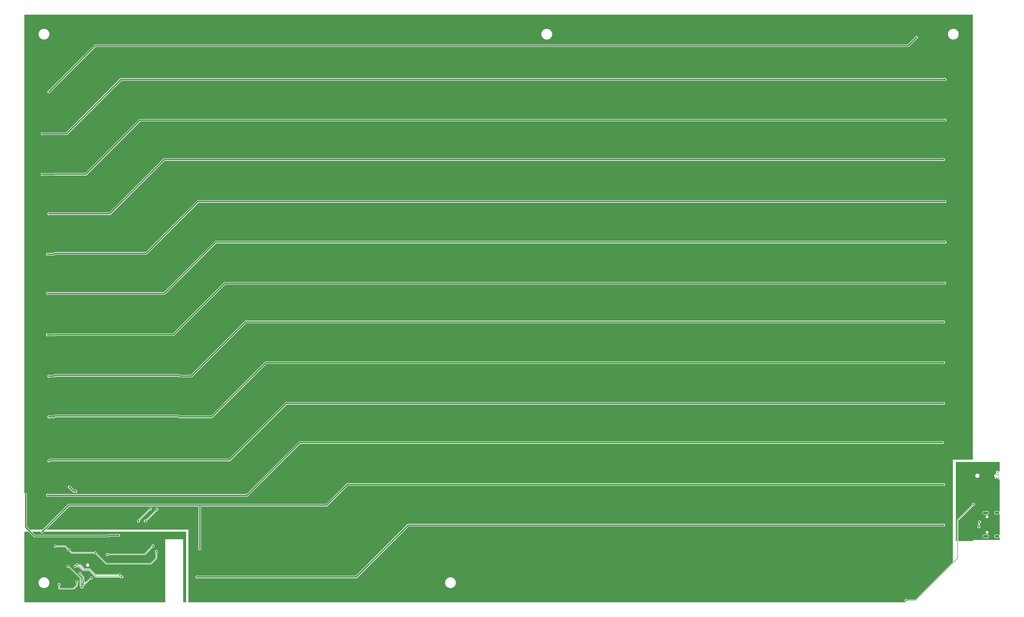
<source format=gbl>
G04 EAGLE Gerber RS-274X export*
G75*
%MOMM*%
%FSLAX34Y34*%
%LPD*%
%INBottom Copper*%
%IPPOS*%
%AMOC8*
5,1,8,0,0,1.08239X$1,22.5*%
G01*
%ADD10C,0.203200*%
%ADD11C,1.000000*%
%ADD12C,0.736600*%
%ADD13C,0.550000*%
%ADD14C,1.270000*%
%ADD15C,0.508000*%

G36*
X3253104Y2807D02*
X3253104Y2807D01*
X3253190Y2809D01*
X3253244Y2827D01*
X3253300Y2835D01*
X3253379Y2870D01*
X3253461Y2896D01*
X3253508Y2928D01*
X3253560Y2951D01*
X3253625Y3006D01*
X3253697Y3054D01*
X3253733Y3098D01*
X3253777Y3134D01*
X3253824Y3206D01*
X3253880Y3272D01*
X3253903Y3324D01*
X3253934Y3371D01*
X3253960Y3453D01*
X3253995Y3532D01*
X3254003Y3588D01*
X3254020Y3642D01*
X3254022Y3728D01*
X3254034Y3813D01*
X3254026Y3869D01*
X3254027Y3926D01*
X3254006Y4009D01*
X3253993Y4095D01*
X3253970Y4146D01*
X3253956Y4201D01*
X3253912Y4275D01*
X3253876Y4354D01*
X3253840Y4397D01*
X3253810Y4446D01*
X3253748Y4505D01*
X3253692Y4570D01*
X3253650Y4596D01*
X3253603Y4640D01*
X3253474Y4706D01*
X3253407Y4748D01*
X3251906Y5370D01*
X3250370Y6906D01*
X3249538Y8914D01*
X3249538Y11086D01*
X3250370Y13094D01*
X3251906Y14630D01*
X3253914Y15462D01*
X3256086Y15462D01*
X3258094Y14630D01*
X3259632Y13092D01*
X3259702Y13040D01*
X3259766Y12980D01*
X3259815Y12954D01*
X3259859Y12921D01*
X3259941Y12890D01*
X3260019Y12850D01*
X3260066Y12842D01*
X3260125Y12820D01*
X3260273Y12808D01*
X3260350Y12795D01*
X3288422Y12795D01*
X3288508Y12807D01*
X3288596Y12810D01*
X3288649Y12827D01*
X3288703Y12835D01*
X3288783Y12870D01*
X3288866Y12897D01*
X3288906Y12925D01*
X3288963Y12951D01*
X3289076Y13047D01*
X3289140Y13092D01*
X3428218Y152170D01*
X3428270Y152240D01*
X3428330Y152304D01*
X3428356Y152353D01*
X3428389Y152397D01*
X3428420Y152479D01*
X3428460Y152557D01*
X3428468Y152605D01*
X3428490Y152663D01*
X3428502Y152811D01*
X3428515Y152888D01*
X3428515Y528985D01*
X3501190Y528985D01*
X3501248Y528993D01*
X3501306Y528991D01*
X3501388Y529013D01*
X3501472Y529025D01*
X3501525Y529049D01*
X3501581Y529063D01*
X3501654Y529106D01*
X3501731Y529141D01*
X3501776Y529179D01*
X3501826Y529209D01*
X3501884Y529270D01*
X3501948Y529325D01*
X3501980Y529373D01*
X3502020Y529416D01*
X3502059Y529491D01*
X3502106Y529561D01*
X3502123Y529617D01*
X3502150Y529669D01*
X3502161Y529737D01*
X3502191Y529832D01*
X3502194Y529932D01*
X3502205Y530000D01*
X3502205Y2171190D01*
X3502197Y2171248D01*
X3502199Y2171306D01*
X3502177Y2171388D01*
X3502165Y2171472D01*
X3502142Y2171525D01*
X3502127Y2171581D01*
X3502084Y2171654D01*
X3502049Y2171731D01*
X3502011Y2171776D01*
X3501982Y2171826D01*
X3501920Y2171884D01*
X3501866Y2171948D01*
X3501817Y2171980D01*
X3501774Y2172020D01*
X3501699Y2172059D01*
X3501629Y2172106D01*
X3501573Y2172123D01*
X3501521Y2172150D01*
X3501453Y2172161D01*
X3501358Y2172191D01*
X3501258Y2172194D01*
X3501190Y2172205D01*
X3810Y2172205D01*
X3752Y2172197D01*
X3694Y2172199D01*
X3612Y2172177D01*
X3528Y2172165D01*
X3475Y2172142D01*
X3419Y2172127D01*
X3346Y2172084D01*
X3269Y2172049D01*
X3224Y2172011D01*
X3174Y2171982D01*
X3116Y2171920D01*
X3052Y2171866D01*
X3020Y2171817D01*
X2980Y2171774D01*
X2941Y2171699D01*
X2894Y2171629D01*
X2877Y2171573D01*
X2850Y2171521D01*
X2839Y2171453D01*
X2809Y2171358D01*
X2806Y2171258D01*
X2795Y2171190D01*
X2795Y405470D01*
X2799Y405440D01*
X2796Y405411D01*
X2819Y405300D01*
X2835Y405188D01*
X2847Y405161D01*
X2853Y405132D01*
X2905Y405032D01*
X2951Y404929D01*
X2970Y404906D01*
X2984Y404880D01*
X3062Y404798D01*
X3134Y404712D01*
X3159Y404695D01*
X3180Y404674D01*
X3277Y404617D01*
X3371Y404554D01*
X3400Y404545D01*
X3425Y404530D01*
X3534Y404503D01*
X3642Y404469D01*
X3672Y404468D01*
X3701Y404460D01*
X3813Y404464D01*
X3926Y404461D01*
X3955Y404469D01*
X3985Y404470D01*
X4092Y404505D01*
X4201Y404533D01*
X4227Y404548D01*
X4255Y404557D01*
X4290Y404582D01*
X6414Y405462D01*
X8586Y405462D01*
X10594Y404630D01*
X12130Y403094D01*
X12962Y401086D01*
X12962Y398914D01*
X12106Y396848D01*
X12098Y396818D01*
X12084Y396790D01*
X12071Y396713D01*
X12035Y396572D01*
X12037Y396508D01*
X12029Y396459D01*
X12029Y282296D01*
X12041Y282210D01*
X12044Y282122D01*
X12061Y282070D01*
X12069Y282015D01*
X12104Y281935D01*
X12131Y281852D01*
X12159Y281813D01*
X12185Y281755D01*
X12281Y281642D01*
X12326Y281579D01*
X22122Y271782D01*
X22192Y271730D01*
X22256Y271670D01*
X22306Y271644D01*
X22350Y271611D01*
X22431Y271580D01*
X22509Y271540D01*
X22557Y271532D01*
X22615Y271510D01*
X22763Y271498D01*
X22840Y271485D01*
X69910Y271485D01*
X69996Y271497D01*
X70084Y271500D01*
X70136Y271517D01*
X70191Y271525D01*
X70271Y271560D01*
X70354Y271587D01*
X70393Y271615D01*
X70451Y271641D01*
X70564Y271737D01*
X70628Y271782D01*
X164874Y366029D01*
X1115454Y366029D01*
X1115540Y366041D01*
X1115628Y366044D01*
X1115680Y366061D01*
X1115735Y366069D01*
X1115815Y366104D01*
X1115898Y366131D01*
X1115937Y366159D01*
X1115995Y366185D01*
X1116108Y366281D01*
X1116171Y366326D01*
X1191874Y442029D01*
X3390209Y442029D01*
X3390240Y442033D01*
X3390271Y442031D01*
X3390347Y442048D01*
X3390491Y442069D01*
X3390549Y442095D01*
X3390598Y442106D01*
X3392664Y442962D01*
X3394836Y442962D01*
X3396844Y442130D01*
X3398380Y440594D01*
X3399212Y438586D01*
X3399212Y436414D01*
X3398380Y434406D01*
X3396844Y432870D01*
X3394836Y432038D01*
X3392664Y432038D01*
X3390598Y432894D01*
X3390568Y432902D01*
X3390540Y432916D01*
X3390463Y432929D01*
X3390322Y432965D01*
X3390258Y432963D01*
X3390209Y432971D01*
X1196046Y432971D01*
X1195960Y432959D01*
X1195872Y432956D01*
X1195820Y432939D01*
X1195765Y432931D01*
X1195685Y432896D01*
X1195602Y432869D01*
X1195563Y432841D01*
X1195505Y432815D01*
X1195392Y432719D01*
X1195329Y432674D01*
X1119626Y356971D01*
X655544Y356971D01*
X655486Y356963D01*
X655428Y356965D01*
X655346Y356943D01*
X655262Y356931D01*
X655209Y356908D01*
X655153Y356893D01*
X655080Y356850D01*
X655003Y356815D01*
X654958Y356777D01*
X654908Y356748D01*
X654850Y356686D01*
X654786Y356632D01*
X654754Y356583D01*
X654714Y356540D01*
X654675Y356465D01*
X654628Y356395D01*
X654611Y356339D01*
X654584Y356287D01*
X654573Y356219D01*
X654543Y356124D01*
X654540Y356024D01*
X654529Y355956D01*
X654529Y203541D01*
X654533Y203510D01*
X654531Y203479D01*
X654548Y203403D01*
X654569Y203259D01*
X654595Y203201D01*
X654606Y203152D01*
X655462Y201086D01*
X655462Y198914D01*
X654630Y196906D01*
X653094Y195370D01*
X651086Y194538D01*
X648914Y194538D01*
X646906Y195370D01*
X645370Y196906D01*
X644538Y198914D01*
X644538Y201086D01*
X645394Y203152D01*
X645402Y203182D01*
X645416Y203210D01*
X645429Y203287D01*
X645465Y203428D01*
X645463Y203492D01*
X645471Y203541D01*
X645471Y355956D01*
X645463Y356014D01*
X645465Y356072D01*
X645443Y356154D01*
X645431Y356238D01*
X645408Y356291D01*
X645393Y356347D01*
X645350Y356420D01*
X645315Y356497D01*
X645277Y356542D01*
X645248Y356592D01*
X645186Y356650D01*
X645132Y356714D01*
X645083Y356746D01*
X645040Y356786D01*
X644965Y356825D01*
X644895Y356872D01*
X644839Y356889D01*
X644787Y356916D01*
X644719Y356927D01*
X644624Y356957D01*
X644524Y356960D01*
X644456Y356971D01*
X169046Y356971D01*
X168960Y356959D01*
X168872Y356956D01*
X168820Y356939D01*
X168765Y356931D01*
X168685Y356896D01*
X168602Y356869D01*
X168563Y356841D01*
X168505Y356815D01*
X168392Y356719D01*
X168329Y356674D01*
X84872Y273218D01*
X84855Y273195D01*
X84832Y273176D01*
X84770Y273081D01*
X84702Y272991D01*
X84691Y272963D01*
X84675Y272939D01*
X84641Y272831D01*
X84600Y272725D01*
X84598Y272696D01*
X84589Y272668D01*
X84586Y272554D01*
X84577Y272442D01*
X84583Y272413D01*
X84582Y272384D01*
X84610Y272274D01*
X84633Y272163D01*
X84646Y272137D01*
X84654Y272109D01*
X84711Y272011D01*
X84764Y271911D01*
X84784Y271889D01*
X84799Y271864D01*
X84881Y271787D01*
X84959Y271705D01*
X84985Y271690D01*
X85006Y271670D01*
X85107Y271618D01*
X85205Y271561D01*
X85233Y271554D01*
X85259Y271540D01*
X85337Y271527D01*
X85480Y271491D01*
X85543Y271493D01*
X85590Y271485D01*
X607735Y271485D01*
X607735Y3810D01*
X607743Y3752D01*
X607741Y3694D01*
X607763Y3612D01*
X607775Y3528D01*
X607799Y3475D01*
X607813Y3419D01*
X607856Y3346D01*
X607891Y3269D01*
X607929Y3224D01*
X607959Y3174D01*
X608020Y3116D01*
X608075Y3052D01*
X608123Y3020D01*
X608166Y2980D01*
X608241Y2941D01*
X608311Y2894D01*
X608367Y2877D01*
X608419Y2850D01*
X608487Y2839D01*
X608582Y2809D01*
X608682Y2806D01*
X608750Y2795D01*
X3253019Y2795D01*
X3253104Y2807D01*
G37*
G36*
X521878Y2803D02*
X521878Y2803D01*
X521936Y2801D01*
X522018Y2823D01*
X522102Y2835D01*
X522155Y2858D01*
X522211Y2873D01*
X522284Y2916D01*
X522361Y2951D01*
X522406Y2989D01*
X522456Y3018D01*
X522514Y3080D01*
X522578Y3134D01*
X522610Y3183D01*
X522650Y3226D01*
X522689Y3301D01*
X522736Y3371D01*
X522753Y3427D01*
X522780Y3479D01*
X522791Y3547D01*
X522821Y3642D01*
X522824Y3742D01*
X522835Y3810D01*
X522835Y234358D01*
X524472Y235995D01*
X586478Y235995D01*
X588115Y234358D01*
X588115Y3810D01*
X588123Y3752D01*
X588121Y3694D01*
X588143Y3612D01*
X588155Y3528D01*
X588178Y3475D01*
X588193Y3419D01*
X588236Y3346D01*
X588271Y3269D01*
X588309Y3224D01*
X588338Y3174D01*
X588400Y3116D01*
X588454Y3052D01*
X588503Y3020D01*
X588546Y2980D01*
X588621Y2941D01*
X588691Y2894D01*
X588747Y2877D01*
X588799Y2850D01*
X588867Y2839D01*
X588962Y2809D01*
X589062Y2806D01*
X589130Y2795D01*
X598750Y2795D01*
X598808Y2803D01*
X598866Y2801D01*
X598948Y2823D01*
X599031Y2835D01*
X599085Y2858D01*
X599141Y2873D01*
X599214Y2916D01*
X599291Y2951D01*
X599336Y2989D01*
X599386Y3018D01*
X599444Y3080D01*
X599508Y3134D01*
X599540Y3183D01*
X599580Y3226D01*
X599619Y3301D01*
X599665Y3371D01*
X599683Y3427D01*
X599710Y3479D01*
X599721Y3547D01*
X599751Y3642D01*
X599754Y3742D01*
X599765Y3810D01*
X599765Y262500D01*
X599757Y262558D01*
X599759Y262616D01*
X599737Y262698D01*
X599725Y262782D01*
X599702Y262835D01*
X599687Y262891D01*
X599644Y262964D01*
X599609Y263041D01*
X599571Y263086D01*
X599542Y263136D01*
X599480Y263194D01*
X599426Y263258D01*
X599377Y263290D01*
X599334Y263330D01*
X599259Y263369D01*
X599189Y263416D01*
X599133Y263433D01*
X599081Y263460D01*
X599013Y263471D01*
X598918Y263501D01*
X598818Y263504D01*
X598750Y263515D01*
X75590Y263515D01*
X75504Y263503D01*
X75416Y263500D01*
X75364Y263483D01*
X75309Y263475D01*
X75229Y263440D01*
X75146Y263413D01*
X75107Y263385D01*
X75049Y263359D01*
X74936Y263263D01*
X74872Y263218D01*
X73956Y262301D01*
X73938Y262277D01*
X73914Y262257D01*
X73872Y262190D01*
X73785Y262074D01*
X73762Y262014D01*
X73736Y261972D01*
X72880Y259906D01*
X71344Y258370D01*
X69336Y257538D01*
X67164Y257538D01*
X65156Y258370D01*
X63620Y259906D01*
X62788Y261914D01*
X62788Y262500D01*
X62780Y262558D01*
X62782Y262616D01*
X62760Y262698D01*
X62748Y262782D01*
X62725Y262835D01*
X62710Y262891D01*
X62667Y262964D01*
X62632Y263041D01*
X62594Y263086D01*
X62565Y263136D01*
X62503Y263194D01*
X62449Y263258D01*
X62400Y263290D01*
X62357Y263330D01*
X62282Y263369D01*
X62212Y263416D01*
X62156Y263433D01*
X62104Y263460D01*
X62036Y263471D01*
X61941Y263501D01*
X61841Y263504D01*
X61773Y263515D01*
X32840Y263515D01*
X32811Y263511D01*
X32782Y263514D01*
X32671Y263491D01*
X32559Y263475D01*
X32532Y263463D01*
X32503Y263458D01*
X32403Y263406D01*
X32299Y263359D01*
X32277Y263340D01*
X32251Y263327D01*
X32169Y263249D01*
X32082Y263176D01*
X32066Y263151D01*
X32045Y263131D01*
X31988Y263033D01*
X31925Y262939D01*
X31916Y262911D01*
X31901Y262886D01*
X31873Y262776D01*
X31839Y262668D01*
X31838Y262638D01*
X31831Y262610D01*
X31835Y262497D01*
X31832Y262384D01*
X31839Y262355D01*
X31840Y262326D01*
X31875Y262218D01*
X31904Y262109D01*
X31919Y262083D01*
X31928Y262055D01*
X31973Y261992D01*
X32049Y261864D01*
X32095Y261821D01*
X32122Y261782D01*
X41579Y252326D01*
X41648Y252274D01*
X41712Y252214D01*
X41762Y252188D01*
X41806Y252155D01*
X41887Y252124D01*
X41965Y252084D01*
X42013Y252076D01*
X42071Y252054D01*
X42219Y252042D01*
X42296Y252029D01*
X311454Y252029D01*
X311540Y252041D01*
X311628Y252044D01*
X311680Y252061D01*
X311735Y252069D01*
X311815Y252104D01*
X311898Y252131D01*
X311937Y252159D01*
X311995Y252185D01*
X312108Y252281D01*
X312171Y252326D01*
X314374Y254529D01*
X346459Y254529D01*
X346490Y254533D01*
X346521Y254531D01*
X346597Y254548D01*
X346741Y254569D01*
X346799Y254595D01*
X346848Y254606D01*
X348914Y255462D01*
X351086Y255462D01*
X353094Y254630D01*
X354630Y253094D01*
X355462Y251086D01*
X355462Y248914D01*
X354630Y246906D01*
X353094Y245370D01*
X351086Y244538D01*
X348914Y244538D01*
X346848Y245394D01*
X346818Y245402D01*
X346790Y245416D01*
X346713Y245429D01*
X346572Y245465D01*
X346508Y245463D01*
X346459Y245471D01*
X318546Y245471D01*
X318460Y245459D01*
X318372Y245456D01*
X318320Y245439D01*
X318265Y245431D01*
X318185Y245396D01*
X318102Y245369D01*
X318063Y245341D01*
X318005Y245315D01*
X317892Y245219D01*
X317829Y245174D01*
X315626Y242971D01*
X38124Y242971D01*
X35174Y245921D01*
X17878Y263218D01*
X17808Y263270D01*
X17744Y263330D01*
X17695Y263356D01*
X17650Y263389D01*
X17569Y263420D01*
X17491Y263460D01*
X17443Y263468D01*
X17385Y263490D01*
X17237Y263502D01*
X17160Y263515D01*
X3810Y263515D01*
X3752Y263507D01*
X3694Y263509D01*
X3612Y263487D01*
X3528Y263475D01*
X3475Y263452D01*
X3419Y263437D01*
X3346Y263394D01*
X3269Y263359D01*
X3224Y263321D01*
X3174Y263292D01*
X3116Y263230D01*
X3052Y263176D01*
X3020Y263127D01*
X2980Y263084D01*
X2941Y263009D01*
X2894Y262939D01*
X2877Y262883D01*
X2850Y262831D01*
X2839Y262763D01*
X2809Y262668D01*
X2806Y262568D01*
X2795Y262500D01*
X2795Y3810D01*
X2803Y3752D01*
X2801Y3694D01*
X2823Y3612D01*
X2835Y3528D01*
X2858Y3475D01*
X2873Y3419D01*
X2916Y3346D01*
X2951Y3269D01*
X2989Y3224D01*
X3018Y3174D01*
X3080Y3116D01*
X3134Y3052D01*
X3183Y3020D01*
X3226Y2980D01*
X3301Y2941D01*
X3371Y2894D01*
X3427Y2877D01*
X3479Y2850D01*
X3547Y2839D01*
X3642Y2809D01*
X3742Y2806D01*
X3810Y2795D01*
X521820Y2795D01*
X521878Y2803D01*
G37*
G36*
X3442248Y228993D02*
X3442248Y228993D01*
X3442306Y228991D01*
X3442388Y229013D01*
X3442472Y229025D01*
X3442525Y229049D01*
X3442581Y229063D01*
X3442654Y229106D01*
X3442731Y229141D01*
X3442776Y229179D01*
X3442826Y229209D01*
X3442884Y229270D01*
X3442948Y229325D01*
X3442980Y229373D01*
X3443020Y229416D01*
X3443059Y229491D01*
X3443106Y229561D01*
X3443123Y229617D01*
X3443150Y229669D01*
X3443161Y229737D01*
X3443191Y229832D01*
X3443194Y229932D01*
X3443205Y230000D01*
X3443205Y307158D01*
X3499241Y363193D01*
X3499293Y363263D01*
X3499353Y363327D01*
X3499379Y363376D01*
X3499412Y363420D01*
X3499443Y363502D01*
X3499483Y363580D01*
X3499491Y363628D01*
X3499513Y363686D01*
X3499525Y363834D01*
X3499538Y363911D01*
X3499538Y366086D01*
X3500370Y368094D01*
X3501906Y369630D01*
X3503914Y370462D01*
X3506086Y370462D01*
X3508094Y369630D01*
X3509630Y368094D01*
X3510462Y366086D01*
X3510462Y363914D01*
X3509630Y361906D01*
X3508094Y360370D01*
X3506086Y359538D01*
X3503911Y359538D01*
X3503825Y359526D01*
X3503737Y359523D01*
X3503684Y359506D01*
X3503630Y359498D01*
X3503550Y359463D01*
X3503467Y359436D01*
X3503427Y359408D01*
X3503370Y359382D01*
X3503257Y359286D01*
X3503193Y359241D01*
X3449092Y305140D01*
X3449040Y305070D01*
X3448980Y305006D01*
X3448954Y304957D01*
X3448921Y304913D01*
X3448890Y304831D01*
X3448850Y304753D01*
X3448842Y304705D01*
X3448820Y304647D01*
X3448808Y304499D01*
X3448795Y304422D01*
X3448795Y230000D01*
X3448803Y229942D01*
X3448801Y229884D01*
X3448823Y229802D01*
X3448835Y229719D01*
X3448858Y229665D01*
X3448873Y229609D01*
X3448916Y229536D01*
X3448951Y229459D01*
X3448989Y229414D01*
X3449018Y229364D01*
X3449080Y229306D01*
X3449134Y229242D01*
X3449183Y229210D01*
X3449226Y229170D01*
X3449301Y229131D01*
X3449371Y229085D01*
X3449427Y229067D01*
X3449479Y229040D01*
X3449547Y229029D01*
X3449642Y228999D01*
X3449742Y228996D01*
X3449810Y228985D01*
X3501190Y228985D01*
X3501248Y228993D01*
X3501306Y228991D01*
X3501388Y229013D01*
X3501472Y229025D01*
X3501525Y229049D01*
X3501581Y229063D01*
X3501654Y229106D01*
X3501731Y229141D01*
X3501776Y229179D01*
X3501826Y229209D01*
X3501884Y229270D01*
X3501948Y229325D01*
X3501980Y229373D01*
X3502020Y229416D01*
X3502059Y229491D01*
X3502106Y229561D01*
X3502123Y229617D01*
X3502150Y229669D01*
X3502161Y229737D01*
X3502191Y229832D01*
X3502194Y229932D01*
X3502205Y230000D01*
X3502205Y231158D01*
X3503842Y232795D01*
X3600000Y232795D01*
X3600058Y232803D01*
X3600116Y232801D01*
X3600198Y232823D01*
X3600282Y232835D01*
X3600335Y232858D01*
X3600391Y232873D01*
X3600464Y232916D01*
X3600541Y232951D01*
X3600586Y232989D01*
X3600636Y233018D01*
X3600694Y233080D01*
X3600758Y233134D01*
X3600790Y233183D01*
X3600830Y233226D01*
X3600869Y233301D01*
X3600916Y233371D01*
X3600933Y233427D01*
X3600960Y233479D01*
X3600971Y233547D01*
X3601001Y233642D01*
X3601004Y233742D01*
X3601015Y233810D01*
X3601015Y241828D01*
X3601011Y241857D01*
X3601014Y241886D01*
X3600991Y241997D01*
X3600975Y242109D01*
X3600963Y242136D01*
X3600958Y242165D01*
X3600906Y242265D01*
X3600859Y242369D01*
X3600840Y242391D01*
X3600827Y242417D01*
X3600749Y242499D01*
X3600676Y242586D01*
X3600651Y242602D01*
X3600631Y242623D01*
X3600533Y242680D01*
X3600439Y242743D01*
X3600411Y242752D01*
X3600386Y242767D01*
X3600276Y242795D01*
X3600168Y242829D01*
X3600138Y242830D01*
X3600110Y242837D01*
X3599997Y242833D01*
X3599884Y242836D01*
X3599855Y242829D01*
X3599826Y242828D01*
X3599718Y242793D01*
X3599609Y242764D01*
X3599583Y242749D01*
X3599555Y242740D01*
X3599492Y242695D01*
X3599364Y242619D01*
X3599321Y242573D01*
X3599282Y242546D01*
X3597790Y241053D01*
X3595298Y240021D01*
X3586602Y240021D01*
X3584110Y241053D01*
X3582203Y242960D01*
X3581171Y245452D01*
X3581171Y248148D01*
X3582203Y250640D01*
X3584110Y252547D01*
X3586602Y253579D01*
X3595298Y253579D01*
X3597790Y252547D01*
X3599282Y251054D01*
X3599306Y251037D01*
X3599325Y251014D01*
X3599419Y250952D01*
X3599509Y250884D01*
X3599537Y250873D01*
X3599561Y250857D01*
X3599669Y250823D01*
X3599775Y250782D01*
X3599804Y250780D01*
X3599832Y250771D01*
X3599946Y250768D01*
X3600058Y250759D01*
X3600087Y250765D01*
X3600116Y250764D01*
X3600226Y250792D01*
X3600337Y250815D01*
X3600363Y250828D01*
X3600391Y250836D01*
X3600489Y250893D01*
X3600589Y250946D01*
X3600611Y250966D01*
X3600636Y250981D01*
X3600713Y251063D01*
X3600795Y251141D01*
X3600810Y251167D01*
X3600830Y251188D01*
X3600882Y251289D01*
X3600939Y251387D01*
X3600946Y251415D01*
X3600960Y251441D01*
X3600973Y251519D01*
X3601009Y251662D01*
X3601007Y251725D01*
X3601015Y251772D01*
X3601015Y328228D01*
X3601011Y328257D01*
X3601014Y328286D01*
X3600991Y328397D01*
X3600975Y328509D01*
X3600963Y328536D01*
X3600958Y328565D01*
X3600906Y328665D01*
X3600859Y328769D01*
X3600840Y328791D01*
X3600827Y328817D01*
X3600749Y328899D01*
X3600676Y328986D01*
X3600651Y329002D01*
X3600631Y329023D01*
X3600533Y329080D01*
X3600439Y329143D01*
X3600411Y329152D01*
X3600386Y329167D01*
X3600276Y329195D01*
X3600168Y329229D01*
X3600138Y329230D01*
X3600110Y329237D01*
X3599997Y329233D01*
X3599884Y329236D01*
X3599855Y329229D01*
X3599826Y329228D01*
X3599718Y329193D01*
X3599609Y329164D01*
X3599583Y329149D01*
X3599555Y329140D01*
X3599492Y329095D01*
X3599364Y329019D01*
X3599321Y328973D01*
X3599282Y328946D01*
X3597790Y327453D01*
X3595298Y326421D01*
X3586602Y326421D01*
X3584110Y327453D01*
X3582203Y329360D01*
X3581171Y331852D01*
X3581171Y334548D01*
X3582203Y337040D01*
X3584110Y338947D01*
X3586602Y339979D01*
X3595298Y339979D01*
X3597790Y338947D01*
X3599282Y337454D01*
X3599306Y337437D01*
X3599325Y337414D01*
X3599419Y337352D01*
X3599509Y337284D01*
X3599537Y337273D01*
X3599561Y337257D01*
X3599669Y337223D01*
X3599775Y337182D01*
X3599804Y337180D01*
X3599832Y337171D01*
X3599946Y337168D01*
X3600058Y337159D01*
X3600087Y337165D01*
X3600116Y337164D01*
X3600226Y337192D01*
X3600337Y337215D01*
X3600363Y337228D01*
X3600391Y337236D01*
X3600489Y337293D01*
X3600589Y337346D01*
X3600611Y337366D01*
X3600636Y337381D01*
X3600713Y337463D01*
X3600795Y337541D01*
X3600810Y337567D01*
X3600830Y337588D01*
X3600882Y337689D01*
X3600939Y337787D01*
X3600946Y337815D01*
X3600960Y337841D01*
X3600973Y337919D01*
X3601009Y338062D01*
X3601007Y338125D01*
X3601015Y338172D01*
X3601015Y456001D01*
X3601011Y456030D01*
X3601014Y456059D01*
X3600991Y456170D01*
X3600975Y456282D01*
X3600963Y456309D01*
X3600958Y456338D01*
X3600906Y456438D01*
X3600859Y456542D01*
X3600840Y456564D01*
X3600827Y456590D01*
X3600749Y456672D01*
X3600676Y456759D01*
X3600651Y456775D01*
X3600631Y456796D01*
X3600533Y456854D01*
X3600439Y456916D01*
X3600411Y456925D01*
X3600386Y456940D01*
X3600276Y456968D01*
X3600168Y457002D01*
X3600138Y457003D01*
X3600110Y457010D01*
X3599997Y457007D01*
X3599884Y457009D01*
X3599855Y457002D01*
X3599826Y457001D01*
X3599718Y456966D01*
X3599609Y456938D01*
X3599583Y456923D01*
X3599555Y456914D01*
X3599492Y456868D01*
X3599364Y456792D01*
X3599321Y456747D01*
X3599282Y456719D01*
X3598832Y456268D01*
X3596516Y456268D01*
X3594879Y457905D01*
X3594879Y458216D01*
X3594871Y458274D01*
X3594873Y458333D01*
X3594851Y458414D01*
X3594839Y458498D01*
X3594816Y458551D01*
X3594801Y458608D01*
X3594758Y458680D01*
X3594723Y458757D01*
X3594685Y458802D01*
X3594656Y458852D01*
X3594594Y458910D01*
X3594540Y458974D01*
X3594491Y459007D01*
X3594448Y459047D01*
X3594373Y459085D01*
X3594303Y459132D01*
X3594247Y459150D01*
X3594195Y459176D01*
X3594127Y459188D01*
X3594032Y459218D01*
X3593932Y459220D01*
X3593864Y459232D01*
X3587217Y459232D01*
X3587154Y459223D01*
X3587105Y459225D01*
X3586123Y459116D01*
X3586059Y459154D01*
X3586029Y459162D01*
X3586001Y459176D01*
X3585923Y459189D01*
X3585880Y459200D01*
X3585179Y459901D01*
X3585128Y459939D01*
X3585095Y459976D01*
X3584324Y460593D01*
X3584305Y460665D01*
X3584289Y460692D01*
X3584280Y460722D01*
X3584234Y460786D01*
X3584211Y460825D01*
X3584211Y461815D01*
X3584202Y461879D01*
X3584205Y461927D01*
X3584096Y462910D01*
X3584134Y462973D01*
X3584141Y463004D01*
X3584156Y463032D01*
X3584169Y463109D01*
X3584205Y463248D01*
X3584205Y463255D01*
X3584205Y463257D01*
X3584203Y463316D01*
X3584211Y463363D01*
X3584211Y463367D01*
X3584199Y463453D01*
X3584197Y463533D01*
X3584196Y463534D01*
X3584196Y463541D01*
X3584179Y463594D01*
X3584171Y463649D01*
X3584136Y463729D01*
X3584109Y463812D01*
X3584081Y463851D01*
X3584055Y463908D01*
X3583986Y463991D01*
X3583953Y464040D01*
X3583937Y464053D01*
X3583914Y464085D01*
X3582406Y465594D01*
X3581221Y468453D01*
X3581221Y471547D01*
X3582406Y474406D01*
X3584594Y476594D01*
X3586362Y477327D01*
X3586437Y477371D01*
X3586516Y477407D01*
X3586553Y477439D01*
X3586607Y477472D01*
X3586708Y477578D01*
X3586767Y477631D01*
X3587902Y479050D01*
X3587928Y479095D01*
X3587962Y479134D01*
X3588000Y479216D01*
X3588046Y479294D01*
X3588059Y479345D01*
X3588081Y479392D01*
X3588095Y479482D01*
X3588118Y479569D01*
X3588116Y479622D01*
X3588124Y479673D01*
X3588113Y479745D01*
X3588110Y479854D01*
X3588082Y479941D01*
X3588072Y480005D01*
X3587545Y481587D01*
X3588396Y483289D01*
X3588401Y483305D01*
X3588410Y483320D01*
X3588446Y483440D01*
X3588486Y483559D01*
X3588487Y483576D01*
X3588492Y483592D01*
X3588493Y483718D01*
X3588498Y483843D01*
X3588494Y483859D01*
X3588494Y483876D01*
X3588473Y483945D01*
X3588431Y484119D01*
X3588407Y484161D01*
X3588396Y484197D01*
X3587545Y485900D01*
X3588277Y488096D01*
X3590348Y489131D01*
X3597353Y486796D01*
X3597368Y486793D01*
X3597382Y486787D01*
X3597508Y486768D01*
X3597633Y486745D01*
X3597648Y486747D01*
X3597663Y486744D01*
X3597731Y486755D01*
X3597872Y486769D01*
X3598682Y486364D01*
X3598761Y486338D01*
X3598815Y486309D01*
X3599679Y486021D01*
X3599757Y486007D01*
X3599832Y485983D01*
X3599896Y485981D01*
X3599959Y485970D01*
X3600037Y485978D01*
X3600116Y485976D01*
X3600178Y485992D01*
X3600241Y485998D01*
X3600315Y486027D01*
X3600391Y486047D01*
X3600446Y486080D01*
X3600505Y486104D01*
X3600568Y486152D01*
X3600636Y486193D01*
X3600679Y486239D01*
X3600730Y486278D01*
X3600776Y486342D01*
X3600830Y486400D01*
X3600859Y486457D01*
X3600897Y486508D01*
X3600924Y486583D01*
X3600960Y486653D01*
X3600969Y486707D01*
X3600994Y486776D01*
X3601002Y486907D01*
X3601015Y486984D01*
X3601015Y520000D01*
X3601007Y520058D01*
X3601009Y520116D01*
X3600987Y520198D01*
X3600975Y520282D01*
X3600952Y520335D01*
X3600937Y520391D01*
X3600894Y520464D01*
X3600859Y520541D01*
X3600821Y520586D01*
X3600792Y520636D01*
X3600730Y520694D01*
X3600676Y520758D01*
X3600627Y520790D01*
X3600584Y520830D01*
X3600509Y520869D01*
X3600439Y520916D01*
X3600383Y520933D01*
X3600331Y520960D01*
X3600263Y520971D01*
X3600168Y521001D01*
X3600068Y521004D01*
X3600000Y521015D01*
X3440000Y521015D01*
X3439942Y521007D01*
X3439884Y521009D01*
X3439802Y520987D01*
X3439719Y520975D01*
X3439665Y520952D01*
X3439609Y520937D01*
X3439536Y520894D01*
X3439459Y520859D01*
X3439414Y520821D01*
X3439364Y520792D01*
X3439306Y520730D01*
X3439242Y520676D01*
X3439210Y520627D01*
X3439170Y520584D01*
X3439131Y520509D01*
X3439085Y520439D01*
X3439067Y520383D01*
X3439040Y520331D01*
X3439029Y520263D01*
X3438999Y520168D01*
X3438996Y520068D01*
X3438985Y520000D01*
X3438985Y230000D01*
X3438993Y229942D01*
X3438991Y229884D01*
X3439013Y229802D01*
X3439025Y229719D01*
X3439049Y229665D01*
X3439063Y229609D01*
X3439106Y229536D01*
X3439141Y229459D01*
X3439179Y229414D01*
X3439209Y229364D01*
X3439270Y229306D01*
X3439325Y229242D01*
X3439373Y229210D01*
X3439416Y229170D01*
X3439491Y229131D01*
X3439561Y229085D01*
X3439617Y229067D01*
X3439669Y229040D01*
X3439737Y229029D01*
X3439832Y228999D01*
X3439932Y228996D01*
X3440000Y228985D01*
X3442190Y228985D01*
X3442248Y228993D01*
G37*
%LPC*%
G36*
X67664Y1577038D02*
X67664Y1577038D01*
X65656Y1577870D01*
X64120Y1579406D01*
X63288Y1581414D01*
X63288Y1583586D01*
X64120Y1585594D01*
X65656Y1587130D01*
X67664Y1587962D01*
X69836Y1587962D01*
X71902Y1587106D01*
X71932Y1587098D01*
X71960Y1587084D01*
X72037Y1587071D01*
X72178Y1587035D01*
X72242Y1587037D01*
X72291Y1587029D01*
X112341Y1587029D01*
X112428Y1587041D01*
X112516Y1587044D01*
X112568Y1587061D01*
X112623Y1587069D01*
X112703Y1587104D01*
X112786Y1587131D01*
X112825Y1587159D01*
X112882Y1587185D01*
X112996Y1587281D01*
X113059Y1587326D01*
X113473Y1587740D01*
X227165Y1587740D01*
X227251Y1587752D01*
X227339Y1587755D01*
X227391Y1587772D01*
X227446Y1587780D01*
X227526Y1587815D01*
X227609Y1587842D01*
X227648Y1587870D01*
X227706Y1587896D01*
X227819Y1587992D01*
X227882Y1588037D01*
X426874Y1787029D01*
X3395209Y1787029D01*
X3395240Y1787033D01*
X3395271Y1787031D01*
X3395347Y1787048D01*
X3395491Y1787069D01*
X3395549Y1787095D01*
X3395598Y1787106D01*
X3397664Y1787962D01*
X3399836Y1787962D01*
X3401844Y1787130D01*
X3403380Y1785594D01*
X3404212Y1783586D01*
X3404212Y1781414D01*
X3403380Y1779406D01*
X3401844Y1777870D01*
X3399836Y1777038D01*
X3397664Y1777038D01*
X3395598Y1777894D01*
X3395568Y1777902D01*
X3395540Y1777916D01*
X3395463Y1777929D01*
X3395322Y1777965D01*
X3395258Y1777963D01*
X3395209Y1777971D01*
X431046Y1777971D01*
X430960Y1777959D01*
X430872Y1777956D01*
X430820Y1777939D01*
X430765Y1777931D01*
X430685Y1777896D01*
X430602Y1777869D01*
X430563Y1777841D01*
X430505Y1777815D01*
X430392Y1777719D01*
X430329Y1777674D01*
X231337Y1578682D01*
X117645Y1578682D01*
X117559Y1578670D01*
X117471Y1578667D01*
X117419Y1578650D01*
X117364Y1578642D01*
X117284Y1578607D01*
X117201Y1578580D01*
X117161Y1578552D01*
X117104Y1578526D01*
X116991Y1578430D01*
X116927Y1578385D01*
X116514Y1577971D01*
X72291Y1577971D01*
X72260Y1577967D01*
X72229Y1577969D01*
X72153Y1577952D01*
X72009Y1577931D01*
X71951Y1577905D01*
X71902Y1577894D01*
X69836Y1577038D01*
X67664Y1577038D01*
G37*
%LPD*%
%LPC*%
G36*
X67664Y1727038D02*
X67664Y1727038D01*
X65656Y1727870D01*
X64120Y1729406D01*
X63288Y1731414D01*
X63288Y1733586D01*
X64120Y1735594D01*
X65656Y1737130D01*
X67664Y1737962D01*
X69836Y1737962D01*
X71902Y1737106D01*
X71932Y1737098D01*
X71960Y1737084D01*
X72037Y1737071D01*
X72178Y1737035D01*
X72242Y1737037D01*
X72291Y1737029D01*
X156454Y1737029D01*
X156540Y1737041D01*
X156628Y1737044D01*
X156680Y1737061D01*
X156735Y1737069D01*
X156815Y1737104D01*
X156898Y1737131D01*
X156937Y1737159D01*
X156995Y1737185D01*
X157108Y1737281D01*
X157171Y1737326D01*
X356874Y1937029D01*
X3395209Y1937029D01*
X3395240Y1937033D01*
X3395271Y1937031D01*
X3395347Y1937048D01*
X3395491Y1937069D01*
X3395549Y1937095D01*
X3395598Y1937106D01*
X3397664Y1937962D01*
X3399836Y1937962D01*
X3401844Y1937130D01*
X3403380Y1935594D01*
X3404212Y1933586D01*
X3404212Y1931414D01*
X3403380Y1929406D01*
X3401844Y1927870D01*
X3399836Y1927038D01*
X3397664Y1927038D01*
X3395598Y1927894D01*
X3395568Y1927902D01*
X3395540Y1927916D01*
X3395463Y1927929D01*
X3395322Y1927965D01*
X3395258Y1927963D01*
X3395209Y1927971D01*
X361046Y1927971D01*
X360960Y1927959D01*
X360872Y1927956D01*
X360820Y1927939D01*
X360765Y1927931D01*
X360685Y1927896D01*
X360602Y1927869D01*
X360563Y1927841D01*
X360505Y1927815D01*
X360392Y1927719D01*
X360329Y1927674D01*
X160626Y1727971D01*
X72291Y1727971D01*
X72260Y1727967D01*
X72229Y1727969D01*
X72153Y1727952D01*
X72009Y1727931D01*
X71951Y1727905D01*
X71902Y1727894D01*
X69836Y1727038D01*
X67664Y1727038D01*
G37*
%LPD*%
%LPC*%
G36*
X87664Y1282038D02*
X87664Y1282038D01*
X85656Y1282870D01*
X84120Y1284406D01*
X83288Y1286414D01*
X83288Y1288586D01*
X84120Y1290594D01*
X85656Y1292130D01*
X87664Y1292962D01*
X89836Y1292962D01*
X91902Y1292106D01*
X91932Y1292098D01*
X91960Y1292084D01*
X92037Y1292071D01*
X92178Y1292035D01*
X92242Y1292037D01*
X92291Y1292029D01*
X109841Y1292029D01*
X109928Y1292041D01*
X110016Y1292044D01*
X110068Y1292061D01*
X110123Y1292069D01*
X110203Y1292104D01*
X110286Y1292131D01*
X110325Y1292159D01*
X110382Y1292185D01*
X110496Y1292281D01*
X110559Y1292326D01*
X113473Y1295240D01*
X449665Y1295240D01*
X449751Y1295252D01*
X449839Y1295255D01*
X449891Y1295272D01*
X449946Y1295280D01*
X450026Y1295315D01*
X450109Y1295342D01*
X450148Y1295370D01*
X450206Y1295396D01*
X450319Y1295492D01*
X450382Y1295537D01*
X641874Y1487029D01*
X3395209Y1487029D01*
X3395240Y1487033D01*
X3395271Y1487031D01*
X3395347Y1487048D01*
X3395491Y1487069D01*
X3395549Y1487095D01*
X3395598Y1487106D01*
X3397664Y1487962D01*
X3399836Y1487962D01*
X3401844Y1487130D01*
X3403380Y1485594D01*
X3404212Y1483586D01*
X3404212Y1481414D01*
X3403380Y1479406D01*
X3401844Y1477870D01*
X3399836Y1477038D01*
X3397664Y1477038D01*
X3395598Y1477894D01*
X3395585Y1477897D01*
X3395584Y1477897D01*
X3395584Y1477898D01*
X3395568Y1477902D01*
X3395540Y1477916D01*
X3395463Y1477929D01*
X3395322Y1477965D01*
X3395258Y1477963D01*
X3395209Y1477971D01*
X646046Y1477971D01*
X645960Y1477959D01*
X645872Y1477956D01*
X645820Y1477939D01*
X645765Y1477931D01*
X645685Y1477896D01*
X645602Y1477869D01*
X645563Y1477841D01*
X645505Y1477815D01*
X645392Y1477719D01*
X645329Y1477674D01*
X453837Y1286182D01*
X117645Y1286182D01*
X117559Y1286170D01*
X117471Y1286167D01*
X117419Y1286150D01*
X117364Y1286142D01*
X117284Y1286107D01*
X117201Y1286080D01*
X117161Y1286052D01*
X117104Y1286026D01*
X116991Y1285930D01*
X116927Y1285885D01*
X114014Y1282971D01*
X92291Y1282971D01*
X92260Y1282967D01*
X92229Y1282969D01*
X92153Y1282952D01*
X92009Y1282931D01*
X91951Y1282905D01*
X91902Y1282894D01*
X89836Y1282038D01*
X87664Y1282038D01*
G37*
%LPD*%
%LPC*%
G36*
X87664Y1137038D02*
X87664Y1137038D01*
X85656Y1137870D01*
X84120Y1139406D01*
X83288Y1141414D01*
X83288Y1143586D01*
X84120Y1145594D01*
X85656Y1147130D01*
X87664Y1147962D01*
X89836Y1147962D01*
X91902Y1147106D01*
X91932Y1147098D01*
X91960Y1147084D01*
X92037Y1147071D01*
X92178Y1147035D01*
X92242Y1147037D01*
X92291Y1147029D01*
X516454Y1147029D01*
X516540Y1147041D01*
X516628Y1147044D01*
X516680Y1147061D01*
X516735Y1147069D01*
X516815Y1147104D01*
X516898Y1147131D01*
X516937Y1147159D01*
X516995Y1147185D01*
X517108Y1147281D01*
X517171Y1147326D01*
X706874Y1337029D01*
X3395209Y1337029D01*
X3395240Y1337033D01*
X3395271Y1337031D01*
X3395347Y1337048D01*
X3395491Y1337069D01*
X3395549Y1337095D01*
X3395598Y1337106D01*
X3397664Y1337962D01*
X3399836Y1337962D01*
X3401844Y1337130D01*
X3403380Y1335594D01*
X3404212Y1333586D01*
X3404212Y1331414D01*
X3403380Y1329406D01*
X3401844Y1327870D01*
X3399836Y1327038D01*
X3397664Y1327038D01*
X3395598Y1327894D01*
X3395568Y1327902D01*
X3395540Y1327916D01*
X3395463Y1327929D01*
X3395322Y1327965D01*
X3395258Y1327963D01*
X3395209Y1327971D01*
X711046Y1327971D01*
X710960Y1327959D01*
X710872Y1327956D01*
X710820Y1327939D01*
X710765Y1327931D01*
X710685Y1327896D01*
X710602Y1327869D01*
X710563Y1327841D01*
X710505Y1327815D01*
X710392Y1327719D01*
X710329Y1327674D01*
X520626Y1137971D01*
X92291Y1137971D01*
X92260Y1137967D01*
X92229Y1137969D01*
X92153Y1137952D01*
X92009Y1137931D01*
X91951Y1137905D01*
X91902Y1137894D01*
X89836Y1137038D01*
X87664Y1137038D01*
G37*
%LPD*%
%LPC*%
G36*
X92664Y519538D02*
X92664Y519538D01*
X90656Y520370D01*
X89120Y521906D01*
X88288Y523914D01*
X88288Y526086D01*
X89120Y528094D01*
X90656Y529630D01*
X92722Y530486D01*
X92749Y530502D01*
X92778Y530511D01*
X92842Y530557D01*
X92967Y530630D01*
X93011Y530677D01*
X93051Y530706D01*
X95085Y532740D01*
X757165Y532740D01*
X757251Y532752D01*
X757339Y532755D01*
X757391Y532772D01*
X757446Y532780D01*
X757526Y532815D01*
X757609Y532842D01*
X757648Y532870D01*
X757706Y532896D01*
X757819Y532992D01*
X757882Y533037D01*
X966874Y742029D01*
X3390209Y742029D01*
X3390240Y742033D01*
X3390271Y742031D01*
X3390347Y742048D01*
X3390491Y742069D01*
X3390549Y742095D01*
X3390598Y742106D01*
X3392664Y742962D01*
X3394836Y742962D01*
X3396844Y742130D01*
X3398380Y740594D01*
X3399212Y738586D01*
X3399212Y736414D01*
X3398380Y734406D01*
X3396844Y732870D01*
X3394836Y732038D01*
X3392664Y732038D01*
X3390598Y732894D01*
X3390568Y732902D01*
X3390540Y732916D01*
X3390463Y732929D01*
X3390322Y732965D01*
X3390258Y732963D01*
X3390209Y732971D01*
X971046Y732971D01*
X970960Y732959D01*
X970872Y732956D01*
X970820Y732939D01*
X970765Y732931D01*
X970685Y732896D01*
X970602Y732869D01*
X970563Y732841D01*
X970505Y732815D01*
X970392Y732719D01*
X970329Y732674D01*
X761337Y523682D01*
X99794Y523682D01*
X99793Y523682D01*
X99791Y523682D01*
X99650Y523662D01*
X99513Y523642D01*
X99511Y523642D01*
X99510Y523642D01*
X99382Y523584D01*
X99253Y523526D01*
X99252Y523525D01*
X99251Y523524D01*
X99143Y523433D01*
X99036Y523343D01*
X99035Y523341D01*
X99034Y523340D01*
X99026Y523327D01*
X98879Y523106D01*
X98870Y523077D01*
X98856Y523056D01*
X98380Y521906D01*
X96844Y520370D01*
X94836Y519538D01*
X92664Y519538D01*
G37*
%LPD*%
%LPC*%
G36*
X87514Y984538D02*
X87514Y984538D01*
X85506Y985370D01*
X83970Y986906D01*
X83138Y988914D01*
X83138Y991086D01*
X83970Y993094D01*
X85506Y994630D01*
X87514Y995462D01*
X89686Y995462D01*
X91752Y994606D01*
X91782Y994598D01*
X91810Y994584D01*
X91887Y994571D01*
X92028Y994535D01*
X92092Y994537D01*
X92141Y994529D01*
X112341Y994529D01*
X112428Y994541D01*
X112516Y994544D01*
X112568Y994561D01*
X112623Y994569D01*
X112703Y994604D01*
X112786Y994631D01*
X112825Y994659D01*
X112882Y994685D01*
X112996Y994781D01*
X113059Y994826D01*
X113473Y995240D01*
X550565Y995240D01*
X550651Y995252D01*
X550739Y995255D01*
X550791Y995272D01*
X550846Y995280D01*
X550926Y995315D01*
X551009Y995342D01*
X551048Y995370D01*
X551106Y995396D01*
X551219Y995492D01*
X551282Y995537D01*
X740774Y1185029D01*
X3393409Y1185029D01*
X3393440Y1185033D01*
X3393471Y1185031D01*
X3393547Y1185048D01*
X3393691Y1185069D01*
X3393749Y1185095D01*
X3393798Y1185106D01*
X3395864Y1185962D01*
X3398036Y1185962D01*
X3400044Y1185130D01*
X3401580Y1183594D01*
X3402412Y1181586D01*
X3402412Y1179414D01*
X3401580Y1177406D01*
X3400044Y1175870D01*
X3398036Y1175038D01*
X3395864Y1175038D01*
X3393798Y1175894D01*
X3393768Y1175902D01*
X3393740Y1175916D01*
X3393663Y1175929D01*
X3393522Y1175965D01*
X3393458Y1175963D01*
X3393409Y1175971D01*
X744946Y1175971D01*
X744860Y1175959D01*
X744772Y1175956D01*
X744720Y1175939D01*
X744665Y1175931D01*
X744585Y1175896D01*
X744502Y1175869D01*
X744463Y1175841D01*
X744405Y1175815D01*
X744292Y1175719D01*
X744229Y1175674D01*
X554737Y986182D01*
X117645Y986182D01*
X117559Y986170D01*
X117471Y986167D01*
X117419Y986150D01*
X117364Y986142D01*
X117284Y986107D01*
X117201Y986080D01*
X117161Y986052D01*
X117104Y986026D01*
X116991Y985930D01*
X116927Y985885D01*
X116514Y985471D01*
X92141Y985471D01*
X92110Y985467D01*
X92079Y985469D01*
X92003Y985452D01*
X91859Y985431D01*
X91801Y985405D01*
X91752Y985394D01*
X89686Y984538D01*
X87514Y984538D01*
G37*
%LPD*%
%LPC*%
G36*
X92664Y832038D02*
X92664Y832038D01*
X90656Y832870D01*
X89120Y834406D01*
X88288Y836414D01*
X88288Y838586D01*
X89120Y840594D01*
X90656Y842130D01*
X92664Y842962D01*
X94836Y842962D01*
X96902Y842106D01*
X96932Y842098D01*
X96960Y842084D01*
X97037Y842071D01*
X97178Y842035D01*
X97242Y842037D01*
X97291Y842029D01*
X109841Y842029D01*
X109928Y842041D01*
X110016Y842044D01*
X110068Y842061D01*
X110123Y842069D01*
X110203Y842104D01*
X110286Y842131D01*
X110325Y842159D01*
X110382Y842185D01*
X110496Y842281D01*
X110559Y842326D01*
X113473Y845240D01*
X574027Y845240D01*
X576941Y842326D01*
X577010Y842274D01*
X577074Y842214D01*
X577124Y842188D01*
X577168Y842155D01*
X577250Y842124D01*
X577327Y842084D01*
X577375Y842076D01*
X577433Y842054D01*
X577581Y842042D01*
X577659Y842029D01*
X616454Y842029D01*
X616540Y842041D01*
X616628Y842044D01*
X616680Y842061D01*
X616735Y842069D01*
X616815Y842104D01*
X616898Y842131D01*
X616937Y842159D01*
X616995Y842185D01*
X617108Y842281D01*
X617171Y842326D01*
X816874Y1042029D01*
X3390209Y1042029D01*
X3390240Y1042033D01*
X3390271Y1042031D01*
X3390347Y1042048D01*
X3390491Y1042069D01*
X3390549Y1042095D01*
X3390598Y1042106D01*
X3392664Y1042962D01*
X3394836Y1042962D01*
X3396844Y1042130D01*
X3398380Y1040594D01*
X3399212Y1038586D01*
X3399212Y1036414D01*
X3398380Y1034406D01*
X3396844Y1032870D01*
X3394836Y1032038D01*
X3392664Y1032038D01*
X3390598Y1032894D01*
X3390568Y1032902D01*
X3390540Y1032916D01*
X3390463Y1032929D01*
X3390322Y1032965D01*
X3390258Y1032963D01*
X3390209Y1032971D01*
X821046Y1032971D01*
X820960Y1032959D01*
X820872Y1032956D01*
X820820Y1032939D01*
X820765Y1032931D01*
X820685Y1032896D01*
X820602Y1032869D01*
X820563Y1032841D01*
X820505Y1032815D01*
X820392Y1032719D01*
X820329Y1032674D01*
X620626Y832971D01*
X573486Y832971D01*
X570573Y835885D01*
X570503Y835937D01*
X570439Y835997D01*
X570390Y836023D01*
X570345Y836056D01*
X570264Y836087D01*
X570186Y836127D01*
X570138Y836135D01*
X570080Y836157D01*
X569932Y836169D01*
X569855Y836182D01*
X117645Y836182D01*
X117559Y836170D01*
X117471Y836167D01*
X117419Y836150D01*
X117364Y836142D01*
X117284Y836107D01*
X117201Y836080D01*
X117161Y836052D01*
X117104Y836026D01*
X116991Y835930D01*
X116927Y835885D01*
X114014Y832971D01*
X97291Y832971D01*
X97260Y832967D01*
X97229Y832969D01*
X97153Y832952D01*
X97009Y832931D01*
X96951Y832905D01*
X96902Y832894D01*
X94836Y832038D01*
X92664Y832038D01*
G37*
%LPD*%
%LPC*%
G36*
X92664Y682038D02*
X92664Y682038D01*
X90656Y682870D01*
X89120Y684406D01*
X88288Y686414D01*
X88288Y688586D01*
X89120Y690594D01*
X90656Y692130D01*
X92664Y692962D01*
X94836Y692962D01*
X96902Y692106D01*
X96932Y692098D01*
X96960Y692084D01*
X97037Y692071D01*
X97178Y692035D01*
X97242Y692037D01*
X97291Y692029D01*
X109841Y692029D01*
X109928Y692041D01*
X110016Y692044D01*
X110068Y692061D01*
X110123Y692069D01*
X110203Y692104D01*
X110286Y692131D01*
X110325Y692159D01*
X110382Y692185D01*
X110496Y692281D01*
X110559Y692326D01*
X113473Y695240D01*
X574027Y695240D01*
X576941Y692326D01*
X577010Y692274D01*
X577074Y692214D01*
X577124Y692188D01*
X577168Y692155D01*
X577250Y692124D01*
X577327Y692084D01*
X577375Y692076D01*
X577433Y692054D01*
X577581Y692042D01*
X577659Y692029D01*
X691454Y692029D01*
X691540Y692041D01*
X691628Y692044D01*
X691680Y692061D01*
X691735Y692069D01*
X691815Y692104D01*
X691898Y692131D01*
X691937Y692159D01*
X691995Y692185D01*
X692108Y692281D01*
X692172Y692326D01*
X888924Y889078D01*
X888924Y889079D01*
X891874Y892029D01*
X3390209Y892029D01*
X3390240Y892033D01*
X3390271Y892031D01*
X3390347Y892048D01*
X3390491Y892069D01*
X3390549Y892095D01*
X3390598Y892106D01*
X3392664Y892962D01*
X3394836Y892962D01*
X3396844Y892130D01*
X3398380Y890594D01*
X3399212Y888586D01*
X3399212Y886414D01*
X3398380Y884406D01*
X3396844Y882870D01*
X3394836Y882038D01*
X3392664Y882038D01*
X3390598Y882894D01*
X3390568Y882902D01*
X3390540Y882916D01*
X3390463Y882929D01*
X3390322Y882965D01*
X3390258Y882963D01*
X3390209Y882971D01*
X896046Y882971D01*
X895960Y882959D01*
X895872Y882956D01*
X895820Y882939D01*
X895765Y882931D01*
X895685Y882896D01*
X895602Y882869D01*
X895563Y882841D01*
X895505Y882815D01*
X895392Y882719D01*
X895328Y882674D01*
X698576Y685922D01*
X698576Y685921D01*
X695626Y682971D01*
X573486Y682971D01*
X570573Y685885D01*
X570503Y685937D01*
X570439Y685997D01*
X570390Y686023D01*
X570345Y686056D01*
X570264Y686087D01*
X570186Y686127D01*
X570138Y686135D01*
X570080Y686157D01*
X569932Y686169D01*
X569855Y686182D01*
X117645Y686182D01*
X117559Y686170D01*
X117471Y686167D01*
X117419Y686150D01*
X117364Y686142D01*
X117284Y686107D01*
X117201Y686080D01*
X117161Y686052D01*
X117104Y686026D01*
X116991Y685930D01*
X116927Y685885D01*
X114014Y682971D01*
X97291Y682971D01*
X97260Y682967D01*
X97229Y682969D01*
X97153Y682952D01*
X97009Y682931D01*
X96951Y682905D01*
X96902Y682894D01*
X94836Y682038D01*
X92664Y682038D01*
G37*
%LPD*%
%LPC*%
G36*
X92664Y1432038D02*
X92664Y1432038D01*
X90656Y1432870D01*
X89120Y1434406D01*
X88288Y1436414D01*
X88288Y1438586D01*
X89120Y1440594D01*
X90656Y1442130D01*
X92664Y1442962D01*
X94836Y1442962D01*
X96902Y1442106D01*
X96932Y1442098D01*
X96960Y1442084D01*
X97037Y1442071D01*
X97178Y1442035D01*
X97242Y1442037D01*
X97291Y1442029D01*
X316454Y1442029D01*
X316540Y1442041D01*
X316628Y1442044D01*
X316680Y1442061D01*
X316735Y1442069D01*
X316815Y1442104D01*
X316898Y1442131D01*
X316937Y1442159D01*
X316995Y1442185D01*
X317108Y1442281D01*
X317172Y1442326D01*
X513924Y1639078D01*
X513924Y1639079D01*
X516874Y1642029D01*
X3390209Y1642029D01*
X3390240Y1642033D01*
X3390271Y1642031D01*
X3390347Y1642048D01*
X3390491Y1642069D01*
X3390549Y1642095D01*
X3390598Y1642106D01*
X3392664Y1642962D01*
X3394836Y1642962D01*
X3396844Y1642130D01*
X3398380Y1640594D01*
X3399212Y1638586D01*
X3399212Y1636414D01*
X3398380Y1634406D01*
X3396844Y1632870D01*
X3394836Y1632038D01*
X3392664Y1632038D01*
X3390598Y1632894D01*
X3390568Y1632902D01*
X3390540Y1632916D01*
X3390463Y1632929D01*
X3390322Y1632965D01*
X3390258Y1632963D01*
X3390209Y1632971D01*
X521046Y1632971D01*
X520960Y1632959D01*
X520872Y1632956D01*
X520820Y1632939D01*
X520765Y1632931D01*
X520685Y1632896D01*
X520602Y1632869D01*
X520563Y1632841D01*
X520505Y1632815D01*
X520392Y1632719D01*
X520328Y1632674D01*
X323576Y1435922D01*
X323576Y1435921D01*
X320626Y1432971D01*
X97291Y1432971D01*
X97260Y1432967D01*
X97229Y1432969D01*
X97153Y1432952D01*
X97009Y1432931D01*
X96951Y1432905D01*
X96902Y1432894D01*
X94836Y1432038D01*
X92664Y1432038D01*
G37*
%LPD*%
%LPC*%
G36*
X87664Y392038D02*
X87664Y392038D01*
X85656Y392870D01*
X84120Y394406D01*
X83288Y396414D01*
X83288Y398586D01*
X84120Y400594D01*
X85656Y402130D01*
X87664Y402962D01*
X89836Y402962D01*
X91902Y402106D01*
X91932Y402098D01*
X91960Y402084D01*
X92037Y402071D01*
X92178Y402035D01*
X92242Y402037D01*
X92291Y402029D01*
X821454Y402029D01*
X821540Y402041D01*
X821628Y402044D01*
X821680Y402061D01*
X821735Y402069D01*
X821815Y402104D01*
X821898Y402131D01*
X821937Y402159D01*
X821995Y402185D01*
X822108Y402281D01*
X822171Y402326D01*
X1016874Y597029D01*
X3385209Y597029D01*
X3385240Y597033D01*
X3385271Y597031D01*
X3385347Y597048D01*
X3385491Y597069D01*
X3385549Y597095D01*
X3385598Y597106D01*
X3387664Y597962D01*
X3389836Y597962D01*
X3391844Y597130D01*
X3393380Y595594D01*
X3394212Y593586D01*
X3394212Y591414D01*
X3393380Y589406D01*
X3391844Y587870D01*
X3389836Y587038D01*
X3387664Y587038D01*
X3385598Y587894D01*
X3385568Y587902D01*
X3385540Y587916D01*
X3385463Y587929D01*
X3385322Y587965D01*
X3385258Y587963D01*
X3385209Y587971D01*
X1021046Y587971D01*
X1020960Y587959D01*
X1020872Y587956D01*
X1020820Y587939D01*
X1020765Y587931D01*
X1020685Y587896D01*
X1020602Y587869D01*
X1020563Y587841D01*
X1020505Y587815D01*
X1020392Y587719D01*
X1020329Y587674D01*
X825626Y392971D01*
X92291Y392971D01*
X92260Y392967D01*
X92229Y392969D01*
X92153Y392952D01*
X92009Y392931D01*
X91951Y392905D01*
X91902Y392894D01*
X89836Y392038D01*
X87664Y392038D01*
G37*
%LPD*%
%LPC*%
G36*
X92664Y1882038D02*
X92664Y1882038D01*
X90656Y1882870D01*
X89120Y1884406D01*
X88288Y1886414D01*
X88288Y1888586D01*
X89120Y1890594D01*
X90656Y1892130D01*
X92722Y1892986D01*
X92749Y1893002D01*
X92778Y1893011D01*
X92842Y1893057D01*
X92967Y1893130D01*
X93011Y1893177D01*
X93051Y1893206D01*
X258924Y2059079D01*
X261874Y2062029D01*
X3261454Y2062029D01*
X3261540Y2062041D01*
X3261628Y2062044D01*
X3261680Y2062061D01*
X3261735Y2062069D01*
X3261815Y2062104D01*
X3261898Y2062131D01*
X3261937Y2062159D01*
X3261995Y2062185D01*
X3262108Y2062281D01*
X3262171Y2062326D01*
X3288044Y2088199D01*
X3288062Y2088223D01*
X3288086Y2088243D01*
X3288128Y2088310D01*
X3288215Y2088426D01*
X3288238Y2088486D01*
X3288264Y2088528D01*
X3289120Y2090594D01*
X3290656Y2092130D01*
X3292664Y2092962D01*
X3294836Y2092962D01*
X3296844Y2092130D01*
X3298380Y2090594D01*
X3299212Y2088586D01*
X3299212Y2086414D01*
X3298380Y2084406D01*
X3296844Y2082870D01*
X3294778Y2082014D01*
X3294751Y2081998D01*
X3294722Y2081989D01*
X3294658Y2081943D01*
X3294533Y2081870D01*
X3294489Y2081823D01*
X3294449Y2081794D01*
X3268576Y2055921D01*
X3265626Y2052971D01*
X266046Y2052971D01*
X265960Y2052959D01*
X265872Y2052956D01*
X265820Y2052939D01*
X265765Y2052931D01*
X265685Y2052896D01*
X265602Y2052869D01*
X265563Y2052841D01*
X265505Y2052815D01*
X265392Y2052719D01*
X265329Y2052674D01*
X99456Y1886801D01*
X99438Y1886778D01*
X99416Y1886759D01*
X99415Y1886758D01*
X99414Y1886757D01*
X99406Y1886744D01*
X99353Y1886665D01*
X99285Y1886574D01*
X99275Y1886547D01*
X99258Y1886522D01*
X99249Y1886493D01*
X99236Y1886472D01*
X98380Y1884406D01*
X96844Y1882870D01*
X94836Y1882038D01*
X92664Y1882038D01*
G37*
%LPD*%
%LPC*%
G36*
X638776Y91038D02*
X638776Y91038D01*
X636768Y91870D01*
X635232Y93406D01*
X634400Y95414D01*
X634400Y97586D01*
X635232Y99594D01*
X636768Y101130D01*
X638776Y101962D01*
X640949Y101962D01*
X643014Y101106D01*
X643044Y101098D01*
X643072Y101084D01*
X643149Y101071D01*
X643290Y101035D01*
X643354Y101037D01*
X643403Y101029D01*
X1225454Y101029D01*
X1225540Y101041D01*
X1225628Y101044D01*
X1225680Y101061D01*
X1225735Y101069D01*
X1225815Y101104D01*
X1225898Y101131D01*
X1225937Y101159D01*
X1225995Y101185D01*
X1226108Y101281D01*
X1226171Y101326D01*
X1416874Y292029D01*
X3390209Y292029D01*
X3390240Y292033D01*
X3390271Y292031D01*
X3390347Y292048D01*
X3390491Y292069D01*
X3390549Y292095D01*
X3390598Y292106D01*
X3392664Y292962D01*
X3394836Y292962D01*
X3396844Y292130D01*
X3398380Y290594D01*
X3399212Y288586D01*
X3399212Y286414D01*
X3398380Y284406D01*
X3396844Y282870D01*
X3394836Y282038D01*
X3392664Y282038D01*
X3390598Y282894D01*
X3390568Y282902D01*
X3390540Y282916D01*
X3390463Y282929D01*
X3390322Y282965D01*
X3390258Y282963D01*
X3390209Y282971D01*
X1421046Y282971D01*
X1420960Y282959D01*
X1420872Y282956D01*
X1420820Y282939D01*
X1420765Y282931D01*
X1420685Y282896D01*
X1420602Y282869D01*
X1420563Y282841D01*
X1420505Y282815D01*
X1420392Y282719D01*
X1420329Y282674D01*
X1229626Y91971D01*
X643403Y91971D01*
X643372Y91967D01*
X643342Y91969D01*
X643265Y91952D01*
X643121Y91931D01*
X643063Y91905D01*
X643014Y91894D01*
X640949Y91038D01*
X638776Y91038D01*
G37*
%LPD*%
%LPC*%
G36*
X303842Y142205D02*
X303842Y142205D01*
X301908Y144140D01*
X266807Y179241D01*
X266737Y179293D01*
X266673Y179353D01*
X266624Y179379D01*
X266580Y179412D01*
X266498Y179443D01*
X266420Y179483D01*
X266372Y179491D01*
X266314Y179513D01*
X266166Y179525D01*
X266089Y179538D01*
X263914Y179538D01*
X261906Y180370D01*
X260368Y181908D01*
X260298Y181960D01*
X260234Y182020D01*
X260185Y182046D01*
X260141Y182079D01*
X260059Y182110D01*
X259981Y182150D01*
X259934Y182158D01*
X259875Y182180D01*
X259727Y182192D01*
X259650Y182205D01*
X177342Y182205D01*
X169343Y190204D01*
X169273Y190257D01*
X169210Y190317D01*
X169160Y190342D01*
X169116Y190375D01*
X169034Y190406D01*
X168956Y190446D01*
X168909Y190454D01*
X168850Y190477D01*
X168703Y190489D01*
X168625Y190502D01*
X166450Y190502D01*
X164443Y191333D01*
X162906Y192870D01*
X162075Y194877D01*
X162075Y197052D01*
X162063Y197139D01*
X162060Y197226D01*
X162043Y197279D01*
X162035Y197334D01*
X161999Y197414D01*
X161972Y197497D01*
X161944Y197536D01*
X161919Y197593D01*
X161823Y197707D01*
X161777Y197770D01*
X152640Y206908D01*
X152570Y206960D01*
X152506Y207020D01*
X152457Y207046D01*
X152413Y207079D01*
X152331Y207110D01*
X152253Y207150D01*
X152205Y207158D01*
X152147Y207180D01*
X151999Y207192D01*
X151922Y207205D01*
X122350Y207205D01*
X122263Y207193D01*
X122176Y207190D01*
X122123Y207173D01*
X122068Y207165D01*
X121989Y207130D01*
X121905Y207103D01*
X121866Y207075D01*
X121809Y207049D01*
X121696Y206953D01*
X121632Y206908D01*
X120094Y205370D01*
X118086Y204538D01*
X115914Y204538D01*
X113906Y205370D01*
X112370Y206906D01*
X111538Y208914D01*
X111538Y211086D01*
X112370Y213094D01*
X113906Y214630D01*
X115914Y215462D01*
X118086Y215462D01*
X120094Y214630D01*
X121632Y213092D01*
X121702Y213040D01*
X121766Y212980D01*
X121815Y212954D01*
X121859Y212921D01*
X121941Y212890D01*
X122019Y212850D01*
X122066Y212842D01*
X122125Y212820D01*
X122273Y212808D01*
X122350Y212795D01*
X154658Y212795D01*
X165730Y201723D01*
X165800Y201670D01*
X165863Y201610D01*
X165913Y201585D01*
X165957Y201552D01*
X166039Y201521D01*
X166117Y201481D01*
X166164Y201473D01*
X166223Y201450D01*
X166370Y201438D01*
X166448Y201425D01*
X168623Y201425D01*
X170630Y200594D01*
X172167Y199057D01*
X172998Y197050D01*
X172998Y194875D01*
X173010Y194788D01*
X173013Y194701D01*
X173030Y194648D01*
X173038Y194593D01*
X173074Y194513D01*
X173101Y194430D01*
X173129Y194391D01*
X173154Y194334D01*
X173250Y194220D01*
X173296Y194157D01*
X179360Y188092D01*
X179430Y188040D01*
X179494Y187980D01*
X179543Y187954D01*
X179587Y187921D01*
X179669Y187890D01*
X179747Y187850D01*
X179795Y187842D01*
X179853Y187820D01*
X180001Y187808D01*
X180078Y187795D01*
X259650Y187795D01*
X259737Y187807D01*
X259824Y187810D01*
X259877Y187827D01*
X259932Y187835D01*
X260011Y187870D01*
X260095Y187897D01*
X260134Y187925D01*
X260191Y187951D01*
X260304Y188047D01*
X260368Y188092D01*
X261906Y189630D01*
X263914Y190462D01*
X266086Y190462D01*
X268094Y189630D01*
X269630Y188094D01*
X270462Y186086D01*
X270462Y183911D01*
X270474Y183825D01*
X270477Y183737D01*
X270494Y183684D01*
X270502Y183630D01*
X270537Y183550D01*
X270564Y183467D01*
X270592Y183427D01*
X270618Y183370D01*
X270714Y183257D01*
X270759Y183193D01*
X305860Y148092D01*
X305930Y148040D01*
X305994Y147980D01*
X306043Y147954D01*
X306087Y147921D01*
X306169Y147890D01*
X306247Y147850D01*
X306295Y147842D01*
X306353Y147820D01*
X306501Y147808D01*
X306578Y147795D01*
X468422Y147795D01*
X468508Y147807D01*
X468596Y147810D01*
X468649Y147827D01*
X468703Y147835D01*
X468783Y147870D01*
X468866Y147897D01*
X468906Y147925D01*
X468963Y147951D01*
X469076Y148047D01*
X469140Y148092D01*
X486908Y165860D01*
X486960Y165930D01*
X487020Y165994D01*
X487046Y166043D01*
X487079Y166087D01*
X487110Y166169D01*
X487150Y166247D01*
X487158Y166295D01*
X487180Y166353D01*
X487192Y166501D01*
X487205Y166578D01*
X487205Y184650D01*
X487193Y184737D01*
X487190Y184824D01*
X487173Y184877D01*
X487165Y184932D01*
X487130Y185011D01*
X487103Y185095D01*
X487075Y185134D01*
X487049Y185191D01*
X486953Y185304D01*
X486908Y185368D01*
X485370Y186906D01*
X484538Y188914D01*
X484538Y191086D01*
X485370Y193094D01*
X486906Y194630D01*
X488914Y195462D01*
X491086Y195462D01*
X493094Y194630D01*
X494630Y193094D01*
X495462Y191086D01*
X495462Y188914D01*
X494630Y186906D01*
X493092Y185368D01*
X493040Y185298D01*
X492980Y185234D01*
X492954Y185185D01*
X492921Y185141D01*
X492890Y185059D01*
X492850Y184981D01*
X492842Y184934D01*
X492820Y184875D01*
X492808Y184727D01*
X492795Y184650D01*
X492795Y163842D01*
X471158Y142205D01*
X303842Y142205D01*
G37*
%LPD*%
%LPC*%
G36*
X360714Y91688D02*
X360714Y91688D01*
X358706Y92520D01*
X357168Y94058D01*
X357098Y94110D01*
X357034Y94170D01*
X356985Y94196D01*
X356941Y94229D01*
X356859Y94260D01*
X356781Y94300D01*
X356734Y94308D01*
X356675Y94330D01*
X356527Y94342D01*
X356450Y94355D01*
X265692Y94355D01*
X241640Y118408D01*
X241570Y118460D01*
X241506Y118520D01*
X241457Y118546D01*
X241413Y118579D01*
X241331Y118610D01*
X241253Y118650D01*
X241205Y118658D01*
X241147Y118680D01*
X240999Y118692D01*
X240922Y118705D01*
X217342Y118705D01*
X204140Y131908D01*
X204070Y131960D01*
X204006Y132020D01*
X203957Y132046D01*
X203913Y132079D01*
X203831Y132110D01*
X203753Y132150D01*
X203705Y132158D01*
X203647Y132180D01*
X203499Y132192D01*
X203422Y132205D01*
X195350Y132205D01*
X195263Y132193D01*
X195176Y132190D01*
X195123Y132173D01*
X195068Y132165D01*
X194989Y132130D01*
X194905Y132103D01*
X194866Y132075D01*
X194809Y132049D01*
X194696Y131953D01*
X194632Y131908D01*
X193094Y130370D01*
X191086Y129538D01*
X188914Y129538D01*
X186906Y130370D01*
X185370Y131906D01*
X184538Y133914D01*
X184538Y136086D01*
X185370Y138094D01*
X186906Y139630D01*
X188914Y140462D01*
X189978Y140462D01*
X190036Y140470D01*
X190094Y140468D01*
X190176Y140490D01*
X190259Y140502D01*
X190313Y140525D01*
X190369Y140540D01*
X190441Y140583D01*
X190519Y140618D01*
X190563Y140656D01*
X190613Y140685D01*
X190671Y140747D01*
X190736Y140801D01*
X190768Y140850D01*
X190808Y140893D01*
X190846Y140968D01*
X190893Y141038D01*
X190911Y141094D01*
X190937Y141146D01*
X190949Y141214D01*
X190979Y141309D01*
X190981Y141409D01*
X190993Y141477D01*
X190993Y142563D01*
X191824Y144571D01*
X193361Y146107D01*
X195368Y146939D01*
X197541Y146939D01*
X199548Y146107D01*
X201087Y144569D01*
X201156Y144517D01*
X201220Y144457D01*
X201270Y144431D01*
X201314Y144398D01*
X201396Y144367D01*
X201473Y144327D01*
X201521Y144319D01*
X201579Y144297D01*
X201727Y144285D01*
X201804Y144272D01*
X209681Y144272D01*
X225550Y128402D01*
X225620Y128350D01*
X225684Y128290D01*
X225733Y128264D01*
X225777Y128231D01*
X225859Y128200D01*
X225937Y128160D01*
X225985Y128152D01*
X226043Y128130D01*
X226191Y128118D01*
X226268Y128105D01*
X245848Y128105D01*
X266660Y107292D01*
X266730Y107240D01*
X266794Y107180D01*
X266843Y107154D01*
X266887Y107121D01*
X266969Y107090D01*
X267047Y107050D01*
X267095Y107042D01*
X267153Y107020D01*
X267301Y107008D01*
X267378Y106995D01*
X349050Y106995D01*
X349137Y107007D01*
X349224Y107010D01*
X349277Y107027D01*
X349332Y107035D01*
X349411Y107070D01*
X349495Y107097D01*
X349534Y107125D01*
X349591Y107151D01*
X349704Y107247D01*
X349768Y107292D01*
X351306Y108830D01*
X353314Y109662D01*
X355486Y109662D01*
X357494Y108830D01*
X359030Y107294D01*
X359862Y105286D01*
X359862Y103627D01*
X359870Y103569D01*
X359868Y103511D01*
X359890Y103429D01*
X359902Y103345D01*
X359925Y103292D01*
X359940Y103236D01*
X359983Y103163D01*
X360018Y103086D01*
X360056Y103041D01*
X360085Y102991D01*
X360147Y102933D01*
X360201Y102869D01*
X360250Y102837D01*
X360293Y102797D01*
X360368Y102758D01*
X360438Y102711D01*
X360494Y102694D01*
X360546Y102667D01*
X360614Y102656D01*
X360709Y102626D01*
X360809Y102623D01*
X360877Y102612D01*
X362886Y102612D01*
X364894Y101780D01*
X366430Y100244D01*
X367262Y98236D01*
X367262Y96064D01*
X366430Y94056D01*
X364894Y92520D01*
X362886Y91688D01*
X360714Y91688D01*
G37*
%LPD*%
%LPC*%
G36*
X213394Y53588D02*
X213394Y53588D01*
X211386Y54420D01*
X209850Y55956D01*
X209018Y57964D01*
X209018Y60136D01*
X209255Y60707D01*
X209255Y60708D01*
X209256Y60710D01*
X209289Y60841D01*
X209325Y60982D01*
X209325Y60984D01*
X209326Y60985D01*
X209321Y61126D01*
X209317Y61266D01*
X209317Y61268D01*
X209317Y61269D01*
X209273Y61405D01*
X209231Y61537D01*
X209230Y61538D01*
X209229Y61540D01*
X209220Y61552D01*
X209072Y61773D01*
X209049Y61793D01*
X209034Y61813D01*
X206605Y64242D01*
X206605Y91452D01*
X206593Y91538D01*
X206590Y91626D01*
X206573Y91679D01*
X206565Y91733D01*
X206530Y91813D01*
X206503Y91896D01*
X206475Y91936D01*
X206449Y91993D01*
X206353Y92106D01*
X206308Y92170D01*
X168020Y130458D01*
X168019Y130459D01*
X168018Y130460D01*
X167937Y130521D01*
X167925Y130531D01*
X167916Y130536D01*
X167903Y130546D01*
X167793Y130628D01*
X167791Y130629D01*
X167790Y130630D01*
X167657Y130680D01*
X167527Y130730D01*
X167526Y130730D01*
X167524Y130730D01*
X167380Y130742D01*
X167244Y130753D01*
X167242Y130753D01*
X167241Y130753D01*
X167225Y130750D01*
X166965Y130697D01*
X166938Y130683D01*
X166914Y130678D01*
X164766Y129788D01*
X162594Y129788D01*
X160586Y130620D01*
X159050Y132156D01*
X158218Y134164D01*
X158218Y136336D01*
X159050Y138344D01*
X160586Y139880D01*
X162594Y140712D01*
X164766Y140712D01*
X166774Y139880D01*
X168310Y138344D01*
X168425Y138067D01*
X168441Y138040D01*
X168450Y138011D01*
X168496Y137947D01*
X168570Y137822D01*
X168616Y137777D01*
X168645Y137737D01*
X210260Y96122D01*
X212195Y94188D01*
X212195Y66978D01*
X212207Y66892D01*
X212210Y66804D01*
X212227Y66751D01*
X212235Y66697D01*
X212270Y66617D01*
X212297Y66534D01*
X212325Y66494D01*
X212351Y66437D01*
X212447Y66324D01*
X212492Y66260D01*
X213943Y64809D01*
X214013Y64757D01*
X214077Y64697D01*
X214126Y64671D01*
X214170Y64638D01*
X214252Y64607D01*
X214330Y64567D01*
X214378Y64559D01*
X214436Y64537D01*
X214584Y64525D01*
X214661Y64512D01*
X215569Y64512D01*
X215655Y64524D01*
X215743Y64527D01*
X215796Y64544D01*
X215850Y64552D01*
X215930Y64587D01*
X216013Y64614D01*
X216053Y64642D01*
X216110Y64668D01*
X216223Y64764D01*
X216287Y64809D01*
X222383Y70905D01*
X222400Y70929D01*
X222423Y70948D01*
X222486Y71042D01*
X222554Y71132D01*
X222564Y71160D01*
X222580Y71184D01*
X222615Y71292D01*
X222655Y71398D01*
X222657Y71427D01*
X222666Y71455D01*
X222669Y71569D01*
X222678Y71681D01*
X222673Y71710D01*
X222673Y71739D01*
X222645Y71849D01*
X222623Y71960D01*
X222609Y71986D01*
X222602Y72014D01*
X222544Y72112D01*
X222492Y72212D01*
X222471Y72234D01*
X222456Y72259D01*
X222374Y72336D01*
X222296Y72418D01*
X222270Y72433D01*
X222249Y72453D01*
X222148Y72505D01*
X222051Y72562D01*
X222022Y72569D01*
X221996Y72583D01*
X221919Y72596D01*
X221775Y72632D01*
X221713Y72630D01*
X221665Y72638D01*
X219744Y72638D01*
X217736Y73470D01*
X216200Y75006D01*
X215368Y77014D01*
X215368Y79186D01*
X216200Y81194D01*
X217738Y82732D01*
X217790Y82802D01*
X217850Y82866D01*
X217876Y82915D01*
X217909Y82959D01*
X217940Y83041D01*
X217980Y83119D01*
X217988Y83166D01*
X218010Y83225D01*
X218022Y83373D01*
X218035Y83450D01*
X218035Y95152D01*
X218023Y95238D01*
X218020Y95326D01*
X218003Y95379D01*
X217995Y95433D01*
X217960Y95513D01*
X217933Y95596D01*
X217905Y95636D01*
X217879Y95693D01*
X217800Y95787D01*
X217781Y95818D01*
X217762Y95836D01*
X217738Y95870D01*
X209517Y104091D01*
X209447Y104143D01*
X209383Y104203D01*
X209334Y104229D01*
X209290Y104262D01*
X209208Y104293D01*
X209130Y104333D01*
X209082Y104341D01*
X209024Y104363D01*
X208876Y104375D01*
X208799Y104388D01*
X206624Y104388D01*
X204616Y105220D01*
X203080Y106756D01*
X202248Y108764D01*
X202248Y110936D01*
X203080Y112944D01*
X204616Y114480D01*
X206624Y115312D01*
X208796Y115312D01*
X210804Y114480D01*
X212340Y112944D01*
X213172Y110936D01*
X213172Y108761D01*
X213184Y108675D01*
X213187Y108587D01*
X213204Y108534D01*
X213212Y108480D01*
X213247Y108400D01*
X213274Y108317D01*
X213302Y108277D01*
X213328Y108220D01*
X213424Y108107D01*
X213469Y108043D01*
X223625Y97888D01*
X223625Y83450D01*
X223637Y83363D01*
X223640Y83276D01*
X223657Y83223D01*
X223665Y83168D01*
X223700Y83089D01*
X223727Y83005D01*
X223755Y82966D01*
X223781Y82909D01*
X223877Y82796D01*
X223922Y82732D01*
X225460Y81194D01*
X226292Y79186D01*
X226292Y77265D01*
X226296Y77236D01*
X226293Y77207D01*
X226316Y77096D01*
X226332Y76984D01*
X226344Y76957D01*
X226349Y76928D01*
X226401Y76828D01*
X226448Y76724D01*
X226467Y76702D01*
X226480Y76676D01*
X226558Y76594D01*
X226631Y76507D01*
X226656Y76491D01*
X226676Y76470D01*
X226774Y76412D01*
X226868Y76350D01*
X226896Y76341D01*
X226921Y76326D01*
X227031Y76298D01*
X227139Y76264D01*
X227169Y76263D01*
X227197Y76256D01*
X227310Y76259D01*
X227423Y76257D01*
X227452Y76264D01*
X227481Y76265D01*
X227589Y76300D01*
X227698Y76328D01*
X227724Y76343D01*
X227752Y76352D01*
X227815Y76398D01*
X227943Y76474D01*
X227986Y76519D01*
X228025Y76547D01*
X244563Y93085D01*
X244615Y93155D01*
X244675Y93219D01*
X244700Y93268D01*
X244734Y93312D01*
X244765Y93394D01*
X244805Y93472D01*
X244813Y93520D01*
X244835Y93578D01*
X244847Y93726D01*
X244860Y93803D01*
X244860Y94144D01*
X245692Y96152D01*
X247228Y97688D01*
X249236Y98520D01*
X251408Y98520D01*
X253416Y97688D01*
X254952Y96152D01*
X255784Y94144D01*
X255784Y91972D01*
X254952Y89964D01*
X253416Y88428D01*
X251408Y87596D01*
X249236Y87596D01*
X248266Y87998D01*
X248265Y87998D01*
X248264Y87999D01*
X248130Y88033D01*
X247991Y88069D01*
X247990Y88069D01*
X247988Y88069D01*
X247847Y88065D01*
X247707Y88061D01*
X247705Y88060D01*
X247704Y88060D01*
X247571Y88017D01*
X247436Y87974D01*
X247435Y87973D01*
X247433Y87973D01*
X247421Y87964D01*
X247200Y87816D01*
X247180Y87792D01*
X247160Y87778D01*
X220239Y60857D01*
X220187Y60787D01*
X220127Y60723D01*
X220101Y60674D01*
X220068Y60630D01*
X220037Y60548D01*
X219997Y60470D01*
X219989Y60422D01*
X219967Y60364D01*
X219955Y60216D01*
X219942Y60139D01*
X219942Y57964D01*
X219110Y55956D01*
X217574Y54420D01*
X215566Y53588D01*
X213394Y53588D01*
G37*
%LPD*%
%LPC*%
G36*
X3426086Y2080321D02*
X3426086Y2080321D01*
X3418853Y2083317D01*
X3413317Y2088853D01*
X3410321Y2096086D01*
X3410321Y2103914D01*
X3413317Y2111147D01*
X3418853Y2116683D01*
X3426086Y2119679D01*
X3433914Y2119679D01*
X3441147Y2116683D01*
X3446683Y2111147D01*
X3449679Y2103914D01*
X3449679Y2096086D01*
X3446683Y2088853D01*
X3441147Y2083317D01*
X3433914Y2080321D01*
X3426086Y2080321D01*
G37*
%LPD*%
%LPC*%
G36*
X1926086Y2080321D02*
X1926086Y2080321D01*
X1918853Y2083317D01*
X1913317Y2088853D01*
X1910321Y2096086D01*
X1910321Y2103914D01*
X1913317Y2111147D01*
X1918853Y2116683D01*
X1926086Y2119679D01*
X1933914Y2119679D01*
X1941147Y2116683D01*
X1946683Y2111147D01*
X1949679Y2103914D01*
X1949679Y2096086D01*
X1946683Y2088853D01*
X1941147Y2083317D01*
X1933914Y2080321D01*
X1926086Y2080321D01*
G37*
%LPD*%
%LPC*%
G36*
X71086Y55321D02*
X71086Y55321D01*
X63853Y58317D01*
X58317Y63853D01*
X55321Y71086D01*
X55321Y78914D01*
X58317Y86147D01*
X63853Y91683D01*
X71086Y94679D01*
X78914Y94679D01*
X86147Y91683D01*
X91683Y86147D01*
X94679Y78914D01*
X94679Y71086D01*
X91683Y63853D01*
X86147Y58317D01*
X78914Y55321D01*
X71086Y55321D01*
G37*
%LPD*%
%LPC*%
G36*
X71086Y2080321D02*
X71086Y2080321D01*
X63853Y2083317D01*
X58317Y2088853D01*
X55321Y2096086D01*
X55321Y2103914D01*
X58317Y2111147D01*
X63853Y2116683D01*
X71086Y2119679D01*
X78914Y2119679D01*
X86147Y2116683D01*
X91683Y2111147D01*
X94679Y2103914D01*
X94679Y2096086D01*
X91683Y2088853D01*
X86147Y2083317D01*
X78914Y2080321D01*
X71086Y2080321D01*
G37*
%LPD*%
%LPC*%
G36*
X1571086Y55321D02*
X1571086Y55321D01*
X1563853Y58317D01*
X1558317Y63853D01*
X1555321Y71086D01*
X1555321Y78914D01*
X1558317Y86147D01*
X1563853Y91683D01*
X1571086Y94679D01*
X1578914Y94679D01*
X1586147Y91683D01*
X1591683Y86147D01*
X1594679Y78914D01*
X1594679Y71086D01*
X1591683Y63853D01*
X1586147Y58317D01*
X1578914Y55321D01*
X1571086Y55321D01*
G37*
%LPD*%
%LPC*%
G36*
X307214Y174111D02*
X307214Y174111D01*
X305206Y174943D01*
X303670Y176479D01*
X302838Y178487D01*
X302838Y180659D01*
X303670Y182667D01*
X305206Y184203D01*
X307214Y185035D01*
X309386Y185035D01*
X311394Y184203D01*
X312932Y182665D01*
X313002Y182613D01*
X313066Y182553D01*
X313115Y182527D01*
X313159Y182494D01*
X313241Y182463D01*
X313319Y182423D01*
X313366Y182415D01*
X313425Y182393D01*
X313573Y182381D01*
X313650Y182368D01*
X445058Y182368D01*
X445144Y182380D01*
X445232Y182383D01*
X445285Y182400D01*
X445339Y182408D01*
X445419Y182443D01*
X445502Y182470D01*
X445542Y182498D01*
X445599Y182524D01*
X445712Y182620D01*
X445776Y182665D01*
X471611Y208500D01*
X471663Y208570D01*
X471723Y208634D01*
X471749Y208683D01*
X471782Y208727D01*
X471813Y208809D01*
X471853Y208887D01*
X471861Y208935D01*
X471883Y208993D01*
X471895Y209141D01*
X471908Y209218D01*
X471908Y211393D01*
X472740Y213401D01*
X474276Y214937D01*
X476284Y215769D01*
X478456Y215769D01*
X480464Y214937D01*
X482000Y213401D01*
X482832Y211393D01*
X482832Y209221D01*
X482000Y207213D01*
X480464Y205677D01*
X478456Y204845D01*
X476281Y204845D01*
X476195Y204833D01*
X476107Y204830D01*
X476054Y204813D01*
X476000Y204805D01*
X475920Y204770D01*
X475837Y204743D01*
X475797Y204715D01*
X475740Y204689D01*
X475627Y204593D01*
X475563Y204548D01*
X447794Y176778D01*
X313650Y176778D01*
X313563Y176766D01*
X313476Y176763D01*
X313423Y176746D01*
X313368Y176738D01*
X313289Y176703D01*
X313205Y176676D01*
X313166Y176648D01*
X313109Y176622D01*
X312996Y176526D01*
X312932Y176481D01*
X311394Y174943D01*
X309386Y174111D01*
X307214Y174111D01*
G37*
%LPD*%
%LPC*%
G36*
X132042Y49905D02*
X132042Y49905D01*
X127985Y53962D01*
X127985Y62630D01*
X127973Y62717D01*
X127970Y62804D01*
X127953Y62857D01*
X127945Y62912D01*
X127910Y62991D01*
X127883Y63075D01*
X127855Y63114D01*
X127829Y63171D01*
X127733Y63284D01*
X127688Y63348D01*
X126150Y64886D01*
X125318Y66894D01*
X125318Y69066D01*
X126150Y71074D01*
X127686Y72610D01*
X129694Y73442D01*
X131866Y73442D01*
X133874Y72610D01*
X135410Y71074D01*
X136242Y69066D01*
X136242Y66894D01*
X135410Y64886D01*
X133872Y63348D01*
X133820Y63278D01*
X133760Y63214D01*
X133734Y63165D01*
X133701Y63121D01*
X133670Y63039D01*
X133630Y62961D01*
X133622Y62914D01*
X133600Y62855D01*
X133588Y62707D01*
X133575Y62630D01*
X133575Y56698D01*
X133587Y56612D01*
X133590Y56524D01*
X133607Y56471D01*
X133615Y56417D01*
X133650Y56337D01*
X133677Y56254D01*
X133705Y56214D01*
X133731Y56157D01*
X133827Y56044D01*
X133872Y55980D01*
X134060Y55792D01*
X134130Y55740D01*
X134194Y55680D01*
X134243Y55654D01*
X134287Y55621D01*
X134369Y55590D01*
X134447Y55550D01*
X134495Y55542D01*
X134553Y55520D01*
X134701Y55508D01*
X134778Y55495D01*
X182422Y55495D01*
X182508Y55507D01*
X182596Y55510D01*
X182649Y55527D01*
X182703Y55535D01*
X182783Y55570D01*
X182866Y55597D01*
X182906Y55625D01*
X182963Y55651D01*
X183076Y55747D01*
X183140Y55792D01*
X193608Y66260D01*
X193660Y66330D01*
X193720Y66394D01*
X193746Y66443D01*
X193779Y66487D01*
X193810Y66569D01*
X193850Y66647D01*
X193858Y66695D01*
X193880Y66753D01*
X193892Y66901D01*
X193905Y66978D01*
X193905Y72750D01*
X193893Y72837D01*
X193890Y72924D01*
X193873Y72977D01*
X193865Y73032D01*
X193830Y73111D01*
X193803Y73195D01*
X193775Y73234D01*
X193749Y73291D01*
X193653Y73404D01*
X193608Y73468D01*
X192070Y75006D01*
X191238Y77014D01*
X191238Y79186D01*
X192070Y81194D01*
X193606Y82730D01*
X195614Y83562D01*
X197786Y83562D01*
X199794Y82730D01*
X201330Y81194D01*
X202162Y79186D01*
X202162Y77014D01*
X201330Y75006D01*
X199792Y73468D01*
X199740Y73398D01*
X199680Y73334D01*
X199654Y73285D01*
X199621Y73241D01*
X199590Y73159D01*
X199550Y73081D01*
X199542Y73034D01*
X199520Y72975D01*
X199508Y72827D01*
X199495Y72750D01*
X199495Y64242D01*
X185158Y49905D01*
X132042Y49905D01*
G37*
%LPD*%
%LPC*%
G36*
X422414Y297538D02*
X422414Y297538D01*
X420406Y298370D01*
X418870Y299906D01*
X418038Y301914D01*
X418038Y304086D01*
X418870Y306094D01*
X420406Y307630D01*
X422414Y308462D01*
X423589Y308462D01*
X423675Y308474D01*
X423763Y308477D01*
X423816Y308494D01*
X423870Y308502D01*
X423950Y308537D01*
X424033Y308564D01*
X424073Y308592D01*
X424130Y308618D01*
X424243Y308714D01*
X424307Y308759D01*
X461741Y346193D01*
X461793Y346263D01*
X461853Y346327D01*
X461879Y346376D01*
X461912Y346420D01*
X461943Y346502D01*
X461983Y346580D01*
X461991Y346628D01*
X462013Y346686D01*
X462021Y346788D01*
X462024Y346797D01*
X462025Y346833D01*
X462025Y346834D01*
X462038Y346911D01*
X462038Y349086D01*
X462870Y351094D01*
X464406Y352630D01*
X466414Y353462D01*
X468586Y353462D01*
X470594Y352630D01*
X472130Y351094D01*
X472962Y349086D01*
X472962Y346914D01*
X472130Y344906D01*
X470594Y343370D01*
X468586Y342538D01*
X466411Y342538D01*
X466325Y342526D01*
X466237Y342523D01*
X466184Y342506D01*
X466130Y342498D01*
X466050Y342463D01*
X465967Y342436D01*
X465927Y342408D01*
X465870Y342382D01*
X465757Y342286D01*
X465693Y342241D01*
X429025Y305572D01*
X429024Y305571D01*
X429022Y305570D01*
X428936Y305454D01*
X428854Y305345D01*
X428853Y305344D01*
X428852Y305342D01*
X428802Y305210D01*
X428753Y305079D01*
X428752Y305078D01*
X428752Y305076D01*
X428741Y304937D01*
X428729Y304796D01*
X428729Y304795D01*
X428729Y304793D01*
X428733Y304778D01*
X428785Y304517D01*
X428799Y304490D01*
X428805Y304466D01*
X428962Y304086D01*
X428962Y301914D01*
X428130Y299906D01*
X426594Y298370D01*
X424586Y297538D01*
X422414Y297538D01*
G37*
%LPD*%
%LPC*%
G36*
X448314Y297188D02*
X448314Y297188D01*
X446306Y298020D01*
X444770Y299556D01*
X443938Y301564D01*
X443938Y303736D01*
X444770Y305744D01*
X446306Y307280D01*
X448314Y308112D01*
X450489Y308112D01*
X450575Y308124D01*
X450663Y308127D01*
X450716Y308144D01*
X450770Y308152D01*
X450850Y308187D01*
X450933Y308214D01*
X450973Y308242D01*
X451030Y308268D01*
X451143Y308364D01*
X451207Y308409D01*
X485756Y342958D01*
X485757Y342960D01*
X485758Y342961D01*
X485844Y343076D01*
X485927Y343185D01*
X485927Y343187D01*
X485928Y343189D01*
X485978Y343319D01*
X486028Y343451D01*
X486028Y343453D01*
X486029Y343455D01*
X486040Y343595D01*
X486051Y343734D01*
X486051Y343736D01*
X486051Y343738D01*
X486047Y343756D01*
X486038Y343800D01*
X486038Y346086D01*
X486870Y348094D01*
X488406Y349630D01*
X490414Y350462D01*
X492586Y350462D01*
X494594Y349630D01*
X496130Y348094D01*
X496962Y346086D01*
X496962Y343914D01*
X496130Y341906D01*
X494594Y340370D01*
X492586Y339538D01*
X490661Y339538D01*
X490575Y339526D01*
X490487Y339523D01*
X490434Y339506D01*
X490380Y339498D01*
X490300Y339463D01*
X490217Y339436D01*
X490177Y339408D01*
X490120Y339382D01*
X490007Y339286D01*
X489943Y339241D01*
X455159Y304457D01*
X455107Y304387D01*
X455047Y304323D01*
X455021Y304274D01*
X454988Y304230D01*
X454957Y304148D01*
X454917Y304070D01*
X454909Y304022D01*
X454887Y303964D01*
X454875Y303816D01*
X454862Y303739D01*
X454862Y301564D01*
X454030Y299556D01*
X452494Y298020D01*
X450486Y297188D01*
X448314Y297188D01*
G37*
%LPD*%
%LPC*%
G36*
X190664Y407538D02*
X190664Y407538D01*
X188598Y408394D01*
X188568Y408402D01*
X188540Y408416D01*
X188463Y408429D01*
X188322Y408465D01*
X188258Y408463D01*
X188209Y408471D01*
X182874Y408471D01*
X179924Y411421D01*
X168551Y422794D01*
X168527Y422813D01*
X168507Y422836D01*
X168440Y422878D01*
X168324Y422965D01*
X168264Y422988D01*
X168222Y423014D01*
X166156Y423870D01*
X164620Y425406D01*
X163788Y427414D01*
X163788Y429586D01*
X164620Y431594D01*
X166156Y433130D01*
X168164Y433962D01*
X170336Y433962D01*
X172344Y433130D01*
X173880Y431594D01*
X174736Y429528D01*
X174752Y429501D01*
X174761Y429472D01*
X174807Y429408D01*
X174880Y429283D01*
X174927Y429239D01*
X174956Y429199D01*
X186329Y417826D01*
X186398Y417774D01*
X186462Y417714D01*
X186512Y417688D01*
X186556Y417655D01*
X186637Y417624D01*
X186715Y417584D01*
X186763Y417576D01*
X186821Y417554D01*
X186969Y417542D01*
X187046Y417529D01*
X188209Y417529D01*
X188240Y417533D01*
X188271Y417531D01*
X188347Y417548D01*
X188491Y417569D01*
X188549Y417595D01*
X188598Y417606D01*
X190664Y418462D01*
X192836Y418462D01*
X194844Y417630D01*
X196380Y416094D01*
X197212Y414086D01*
X197212Y411914D01*
X196380Y409906D01*
X194844Y408370D01*
X192836Y407538D01*
X190664Y407538D01*
G37*
%LPD*%
%LPC*%
G36*
X3542302Y240021D02*
X3542302Y240021D01*
X3539810Y241053D01*
X3537903Y242960D01*
X3536871Y245452D01*
X3536871Y248148D01*
X3537903Y250640D01*
X3539810Y252547D01*
X3542302Y253579D01*
X3555998Y253579D01*
X3558490Y252547D01*
X3560397Y250640D01*
X3561429Y248148D01*
X3561429Y245452D01*
X3560397Y242960D01*
X3558490Y241053D01*
X3555998Y240021D01*
X3542302Y240021D01*
G37*
%LPD*%
%LPC*%
G36*
X3542302Y326421D02*
X3542302Y326421D01*
X3539810Y327453D01*
X3537903Y329360D01*
X3536871Y331852D01*
X3536871Y334548D01*
X3537903Y337040D01*
X3539810Y338947D01*
X3542302Y339979D01*
X3555998Y339979D01*
X3558490Y338947D01*
X3560397Y337040D01*
X3561429Y334548D01*
X3561429Y331852D01*
X3560397Y329360D01*
X3558490Y327453D01*
X3555998Y326421D01*
X3542302Y326421D01*
G37*
%LPD*%
%LPC*%
G36*
X3522983Y276491D02*
X3522983Y276491D01*
X3520975Y277323D01*
X3519439Y278859D01*
X3518607Y280867D01*
X3518607Y283039D01*
X3519439Y285047D01*
X3520977Y286585D01*
X3521029Y286655D01*
X3521089Y286719D01*
X3521115Y286768D01*
X3521148Y286812D01*
X3521179Y286894D01*
X3521219Y286972D01*
X3521227Y287019D01*
X3521249Y287078D01*
X3521261Y287226D01*
X3521274Y287303D01*
X3521274Y297761D01*
X3521270Y297792D01*
X3521272Y297823D01*
X3521255Y297899D01*
X3521234Y298043D01*
X3521208Y298102D01*
X3521197Y298150D01*
X3521107Y298367D01*
X3521107Y300539D01*
X3521939Y302547D01*
X3523475Y304083D01*
X3525483Y304915D01*
X3527655Y304915D01*
X3529663Y304083D01*
X3531199Y302547D01*
X3532031Y300539D01*
X3532031Y298367D01*
X3531199Y296359D01*
X3529663Y294823D01*
X3527490Y293923D01*
X3527489Y293922D01*
X3527488Y293922D01*
X3527369Y293852D01*
X3527246Y293778D01*
X3527245Y293777D01*
X3527243Y293776D01*
X3527146Y293672D01*
X3527050Y293572D01*
X3527050Y293570D01*
X3527049Y293569D01*
X3526984Y293444D01*
X3526920Y293319D01*
X3526920Y293317D01*
X3526919Y293316D01*
X3526917Y293301D01*
X3526883Y293130D01*
X3526878Y293113D01*
X3526877Y293102D01*
X3526865Y293040D01*
X3526868Y293010D01*
X3526864Y292985D01*
X3526864Y287303D01*
X3526876Y287216D01*
X3526879Y287129D01*
X3526896Y287076D01*
X3526904Y287021D01*
X3526939Y286942D01*
X3526966Y286858D01*
X3526994Y286819D01*
X3527020Y286762D01*
X3527116Y286649D01*
X3527161Y286585D01*
X3528699Y285047D01*
X3529531Y283039D01*
X3529531Y280867D01*
X3528699Y278859D01*
X3527163Y277323D01*
X3525155Y276491D01*
X3522983Y276491D01*
G37*
%LPD*%
%LPC*%
G36*
X3517453Y462221D02*
X3517453Y462221D01*
X3514594Y463406D01*
X3512406Y465594D01*
X3511221Y468453D01*
X3511221Y471547D01*
X3512406Y474406D01*
X3514594Y476594D01*
X3517453Y477779D01*
X3520547Y477779D01*
X3523406Y476594D01*
X3525594Y474406D01*
X3526779Y471547D01*
X3526779Y468453D01*
X3525594Y465594D01*
X3523406Y463406D01*
X3520547Y462221D01*
X3517453Y462221D01*
G37*
%LPD*%
%LPC*%
G36*
X235051Y133721D02*
X235051Y133721D01*
X232743Y134677D01*
X230977Y136443D01*
X230021Y138751D01*
X230021Y141249D01*
X230977Y143557D01*
X232743Y145323D01*
X235051Y146279D01*
X237549Y146279D01*
X239857Y145323D01*
X241623Y143557D01*
X242579Y141249D01*
X242579Y138751D01*
X241623Y136443D01*
X239857Y134677D01*
X237549Y133721D01*
X235051Y133721D01*
G37*
%LPD*%
%LPC*%
G36*
X3552367Y313871D02*
X3552367Y313871D01*
X3549421Y316817D01*
X3549421Y320983D01*
X3552367Y323929D01*
X3556533Y323929D01*
X3559479Y320983D01*
X3559479Y316817D01*
X3556533Y313871D01*
X3552367Y313871D01*
G37*
%LPD*%
%LPC*%
G36*
X3552367Y256071D02*
X3552367Y256071D01*
X3549421Y259017D01*
X3549421Y263183D01*
X3552367Y266129D01*
X3556533Y266129D01*
X3559479Y263183D01*
X3559479Y259017D01*
X3556533Y256071D01*
X3552367Y256071D01*
G37*
%LPD*%
D10*
X3590562Y486114D02*
X3597674Y483743D01*
X3590562Y481373D01*
X3589377Y476420D02*
X3587006Y473456D01*
X3597674Y473456D01*
X3597674Y470493D02*
X3597674Y476420D01*
X3589377Y464990D02*
X3587006Y462026D01*
X3597674Y462026D01*
X3597674Y459063D02*
X3597674Y464990D01*
D11*
X3554650Y246800D02*
X3543650Y246800D01*
X3543650Y333200D02*
X3554650Y333200D01*
X3587950Y246800D02*
X3593950Y246800D01*
X3593950Y333200D02*
X3587950Y333200D01*
D12*
X196700Y78100D03*
D10*
X196700Y65400D02*
X184000Y52700D01*
X133200Y52700D01*
X196700Y65400D02*
X196700Y78100D01*
X133200Y52700D02*
X130780Y55120D01*
X130780Y67980D01*
D12*
X130780Y67980D03*
X117000Y210000D03*
D10*
X153500Y210000D02*
X167537Y195964D01*
X153500Y210000D02*
X117000Y210000D01*
D12*
X167537Y195964D03*
D10*
X178500Y185000D01*
X265000Y185000D01*
D12*
X265000Y185000D03*
D10*
X305000Y145000D01*
X490000Y165000D02*
X490000Y190000D01*
D12*
X490000Y190000D03*
D10*
X470000Y145000D02*
X305000Y145000D01*
X470000Y145000D02*
X490000Y165000D01*
D12*
X3505000Y365000D03*
X3255000Y10000D03*
D10*
X3290000Y10000D01*
X3446000Y166000D01*
X3446000Y306000D02*
X3505000Y365000D01*
X3446000Y306000D02*
X3446000Y166000D01*
D12*
X308300Y179573D03*
D10*
X446636Y179573D01*
X477370Y210307D01*
D12*
X477370Y210307D03*
X114160Y164130D03*
X128310Y216780D03*
X293220Y111350D03*
X277980Y111120D03*
X377040Y155570D03*
X436500Y190020D03*
X289980Y225360D03*
X113810Y190490D03*
X3444410Y387990D03*
X249000Y152700D03*
X223800Y151300D03*
X189890Y221920D03*
X164100Y184800D03*
X372040Y105570D03*
X372040Y85570D03*
X163800Y111300D03*
X178800Y111300D03*
X178800Y96300D03*
X163800Y96300D03*
X3558590Y456010D03*
X3558590Y411010D03*
X3533590Y351010D03*
X3493590Y481010D03*
X3453590Y441010D03*
X3553590Y491010D03*
X3563590Y356010D03*
X3448590Y411010D03*
X3588590Y381010D03*
X3588590Y401010D03*
X3473590Y281010D03*
X3473590Y311010D03*
X3523590Y321010D03*
X3523590Y251010D03*
X3473590Y251010D03*
X214480Y59050D03*
D10*
X215115Y59685D01*
X248488Y93058D01*
X250322Y93058D01*
D12*
X250322Y93058D03*
X163680Y135250D03*
D10*
X167180Y135250D01*
X209400Y93030D01*
X209400Y65400D01*
X215115Y59685D01*
D12*
X268750Y2032500D03*
X418750Y2032500D03*
X568750Y2032500D03*
X718750Y2032500D03*
X868750Y2032500D03*
X1018750Y2032500D03*
D13*
X1018750Y2027500D01*
D12*
X1168750Y2032500D03*
X1318750Y2032500D03*
X1468750Y2032500D03*
X2068750Y2032500D03*
X2218750Y2032500D03*
X2368750Y2032500D03*
X2518750Y2032500D03*
X2668750Y2032500D03*
X3118750Y1882500D03*
X2968750Y1882500D03*
X2818750Y1882500D03*
X2668750Y1882500D03*
X2518750Y1882500D03*
X2368750Y1882500D03*
X2218750Y1882500D03*
X2068750Y1882500D03*
X1918750Y1882500D03*
X1768750Y1882500D03*
X1618750Y1882500D03*
X1468750Y1882500D03*
X1318750Y1882500D03*
X1168750Y1882500D03*
X1018750Y1882500D03*
X868750Y1882500D03*
D13*
X868750Y1877500D01*
D12*
X718750Y1882500D03*
X568750Y1882500D03*
X418750Y1882500D03*
X268750Y1882500D03*
X118750Y1857500D03*
X2818750Y2032500D03*
X2968750Y2032500D03*
X118750Y1707500D03*
X268750Y1732500D03*
X418750Y1732500D03*
X568750Y1732500D03*
X718750Y1732500D03*
X868750Y1732500D03*
X1018750Y1732500D03*
X1168750Y1732500D03*
D13*
X1168750Y1727500D01*
D12*
X1318750Y1732500D03*
X1468750Y1732500D03*
X1618750Y1732500D03*
X1768750Y1732500D03*
X1918750Y1732500D03*
X2068750Y1732500D03*
X2218750Y1732500D03*
X2368750Y1732500D03*
X2518750Y1732500D03*
X2668750Y1732500D03*
X2818750Y1732500D03*
X2968750Y1732500D03*
X3118750Y1732500D03*
X3418750Y1582500D03*
X2968750Y1582500D03*
X2818750Y1582500D03*
X2668750Y1582500D03*
X2518750Y1582500D03*
X2368750Y1582500D03*
X2218750Y1582500D03*
X2068750Y1582500D03*
X1918750Y1582500D03*
X1768750Y1582500D03*
X1618750Y1582500D03*
X1468750Y1582500D03*
X1318750Y1582500D03*
X1168750Y1582500D03*
X1018750Y1582500D03*
X868750Y1582500D03*
X718750Y1582500D03*
X568750Y1582500D03*
X418750Y1582500D03*
X268750Y1582500D03*
X118750Y1575000D03*
X118750Y1427500D03*
X268750Y1427500D03*
X418750Y1432500D03*
X568750Y1432500D03*
X718750Y1432500D03*
X868750Y1432500D03*
X1018750Y1432500D03*
X1168750Y1432500D03*
X1318750Y1432500D03*
X1468750Y1432500D03*
X1618750Y1432500D03*
X1768750Y1432500D03*
X1918750Y1432500D03*
X2068750Y1432500D03*
X2218750Y1432500D03*
X2368750Y1432500D03*
X2518750Y1432500D03*
X2668750Y1432500D03*
X2818750Y1432500D03*
X2968750Y1432500D03*
X3118750Y1432500D03*
X3118750Y1282500D03*
X2968750Y1282500D03*
X2818750Y1282500D03*
X2668750Y1282500D03*
X2518750Y1282500D03*
X2368750Y1282500D03*
X2218750Y1282500D03*
X2068750Y1282500D03*
X1918750Y1282500D03*
X1768750Y1282500D03*
X1618750Y1282500D03*
X1468750Y1282500D03*
X1318750Y1282500D03*
X1168750Y1282500D03*
X1018750Y1282500D03*
X868750Y1282500D03*
X718750Y1282500D03*
X568750Y1282500D03*
X418750Y1282500D03*
X268750Y1282500D03*
X118750Y1282500D03*
X118750Y1132500D03*
X268750Y1132500D03*
X418750Y1132500D03*
X568750Y1132500D03*
X718750Y1132500D03*
X868750Y1132500D03*
X1018750Y1132500D03*
D13*
X1023750Y1132500D01*
D12*
X1168750Y1132500D03*
X1318750Y1132500D03*
X1468750Y1132500D03*
X1618750Y1132500D03*
X1768750Y1132500D03*
X1918750Y1132500D03*
X2068750Y1132500D03*
X2218750Y1132500D03*
X2368750Y1132500D03*
X2518750Y1132500D03*
X2668750Y1132500D03*
X2818750Y1132500D03*
X2968750Y1132500D03*
X3118750Y1132500D03*
X118750Y982500D03*
X268750Y982500D03*
X418750Y982500D03*
X568750Y982500D03*
X718750Y982500D03*
X868750Y982500D03*
X1018750Y982500D03*
X1168750Y982500D03*
X1318750Y982500D03*
X1468750Y982500D03*
X1618750Y982500D03*
X1768750Y982500D03*
X1918750Y982500D03*
X2368750Y982500D03*
X2518750Y982500D03*
X2668750Y982500D03*
X2818750Y982500D03*
X2968750Y982500D03*
X3118750Y982500D03*
X3268750Y982500D03*
X3418750Y982500D03*
X118750Y832500D03*
X268750Y832500D03*
X418750Y832500D03*
X568750Y832500D03*
X718750Y832500D03*
X868750Y832500D03*
X1018750Y832500D03*
X1168750Y832500D03*
X1318750Y832500D03*
X1468750Y832500D03*
X1618750Y832500D03*
X1768750Y832500D03*
X1918750Y832500D03*
X2068750Y832500D03*
X2218750Y832500D03*
X2368750Y832500D03*
X2518750Y832500D03*
X2668750Y832500D03*
X3118750Y832500D03*
X3268750Y832500D03*
X3418750Y832500D03*
X3418750Y682500D03*
X3268750Y682500D03*
X3118750Y682500D03*
X2968750Y682500D03*
X2518750Y682500D03*
X2368750Y682500D03*
X2218750Y682500D03*
X2068750Y682500D03*
X1918750Y682500D03*
X1768750Y682500D03*
X1618750Y682500D03*
X1468750Y682500D03*
X1318750Y682500D03*
X1168750Y682500D03*
X1018750Y682500D03*
X868750Y682500D03*
X718750Y682500D03*
X568750Y682500D03*
X418750Y682500D03*
X268750Y682500D03*
X118750Y682500D03*
X268750Y382500D03*
X418750Y382500D03*
X568750Y382500D03*
X718750Y382500D03*
X868750Y382500D03*
X1018750Y382500D03*
X1168750Y382500D03*
X1318750Y382500D03*
X1468750Y382500D03*
X1618750Y382500D03*
X1768750Y382500D03*
X1918750Y382500D03*
X2068750Y382500D03*
X2218750Y382500D03*
X2368750Y382500D03*
X2518750Y382500D03*
X2668750Y382500D03*
X2818750Y382500D03*
X3268750Y382500D03*
X3418750Y382500D03*
X3418750Y232500D03*
X3268750Y232500D03*
X3118750Y232500D03*
X2668750Y232500D03*
X2518750Y232500D03*
X2368750Y232500D03*
X2218750Y232500D03*
X2068750Y232500D03*
X1918750Y232500D03*
X1768750Y232500D03*
X1618750Y232500D03*
X1468750Y232500D03*
X1318750Y232500D03*
X1168750Y232500D03*
X1018750Y232500D03*
X868750Y232500D03*
X1018750Y77500D03*
X868750Y82500D03*
X718750Y82500D03*
X1168750Y82500D03*
X1318750Y82500D03*
X1481250Y82500D03*
X2068750Y82500D03*
X2218750Y82500D03*
X2368750Y82500D03*
X2518750Y82500D03*
X3118750Y82500D03*
X3268750Y82500D03*
X2968750Y232500D03*
X138750Y547500D03*
X288750Y547500D03*
D13*
X283750Y547500D01*
D12*
X443750Y542500D03*
X588750Y542500D03*
X743750Y542500D03*
X868750Y532500D03*
X1018750Y532500D03*
X1168750Y532500D03*
X1318750Y532500D03*
X1468750Y532500D03*
X1618750Y532500D03*
X1768750Y532500D03*
X1918750Y532500D03*
X2068750Y532500D03*
X2218750Y532500D03*
X2368750Y532500D03*
X2518750Y532500D03*
X2668750Y532500D03*
X2818750Y532500D03*
X2968750Y532500D03*
X3118750Y532500D03*
X3268750Y532500D03*
X3418750Y532500D03*
X3118750Y382500D03*
X2968750Y382500D03*
X2818750Y232500D03*
X2818750Y82500D03*
X2968750Y82500D03*
X2668750Y82500D03*
X3418750Y1432500D03*
X2818750Y832500D03*
X2218750Y982500D03*
X2068750Y982500D03*
X2818750Y682500D03*
X2668750Y682500D03*
X3268750Y1732500D03*
X3418750Y1732500D03*
X3268750Y1132500D03*
X3418750Y1132500D03*
X3118750Y2032500D03*
X3268750Y2032500D03*
X3268750Y1432500D03*
X3268750Y1282500D03*
X3418750Y1282500D03*
X2968750Y832500D03*
X3268750Y1582500D03*
X3118750Y1577500D03*
X3418750Y1882500D03*
X3268750Y1882500D03*
X19000Y301500D03*
X118750Y384000D03*
D13*
X122250Y384000D01*
X122750Y384500D01*
D12*
X719250Y234500D03*
D13*
X693750Y260000D01*
X693750Y262500D01*
D12*
X3420000Y305000D03*
X3410000Y305000D03*
X3370000Y305000D03*
D14*
X3380000Y305000D01*
D12*
X3380000Y305000D03*
D15*
X3390000Y305000D01*
D12*
X3390000Y305000D03*
D15*
X3400000Y305000D01*
D12*
X3400000Y305000D03*
X220830Y78100D03*
D10*
X220830Y96730D01*
X207710Y109850D01*
D12*
X207710Y109850D03*
X361800Y97150D03*
X190000Y135000D03*
D10*
X205000Y135000D01*
X218500Y121500D01*
X242500Y121500D01*
X266850Y97150D01*
X361800Y97150D01*
D12*
X354400Y104200D03*
X196455Y141477D03*
D10*
X208523Y141477D01*
X224690Y125310D01*
X265800Y104200D02*
X354400Y104200D01*
X244690Y125310D02*
X224690Y125310D01*
X244690Y125310D02*
X265800Y104200D01*
D12*
X3526569Y299453D03*
D10*
X3524069Y296953D01*
X3524069Y281953D01*
D12*
X3524069Y281953D03*
X423500Y303000D03*
D10*
X423500Y304000D01*
X467500Y348000D01*
D12*
X467500Y348000D03*
X449400Y302650D03*
D10*
X491500Y344750D02*
X491500Y345000D01*
X491500Y344750D02*
X449400Y302650D01*
D12*
X491500Y345000D03*
X7500Y400000D03*
D13*
X7500Y280000D01*
X40000Y247500D01*
X313750Y247500D01*
D12*
X350000Y250000D03*
D13*
X316250Y250000D01*
X313750Y247500D01*
D12*
X169250Y428500D03*
D13*
X184750Y413000D01*
X191750Y413000D01*
D12*
X191750Y413000D03*
X3393750Y287500D03*
D13*
X1418750Y287500D01*
X1227750Y96500D01*
X639862Y96500D01*
D12*
X639862Y96500D03*
X3393750Y737500D03*
D13*
X968750Y737500D01*
X759461Y528211D01*
D12*
X93750Y525000D03*
D13*
X96961Y528211D02*
X759461Y528211D01*
X96961Y528211D02*
X93750Y525000D01*
D12*
X88750Y397500D03*
D13*
X823750Y397500D01*
X1018750Y592500D01*
X3388750Y592500D01*
D12*
X3388750Y592500D03*
X3293750Y2087500D03*
D13*
X263750Y2057500D02*
X93750Y1887500D01*
D12*
X93750Y1887500D03*
D13*
X3263750Y2057500D02*
X3293750Y2087500D01*
X3263750Y2057500D02*
X263750Y2057500D01*
D12*
X68250Y263000D03*
D13*
X1117750Y361500D02*
X1193750Y437500D01*
X1117750Y361500D02*
X650000Y361500D01*
X166750Y361500D01*
X68250Y263000D01*
X1193750Y437500D02*
X3393750Y437500D01*
D12*
X3393750Y437500D03*
X650000Y200000D03*
D13*
X650000Y361500D01*
D12*
X3398750Y1932500D03*
D13*
X358750Y1932500D01*
X158750Y1732500D02*
X68750Y1732500D01*
D12*
X68750Y1732500D03*
D13*
X158750Y1732500D02*
X358750Y1932500D01*
D12*
X68750Y1582500D03*
D13*
X114638Y1582500D01*
X115349Y1583211D01*
X229461Y1583211D01*
X428750Y1782500D02*
X3398750Y1782500D01*
D12*
X3398750Y1782500D03*
D13*
X428750Y1782500D02*
X229461Y1583211D01*
D12*
X3393750Y1637500D03*
D13*
X518750Y1637500D01*
X318750Y1437500D01*
D12*
X93750Y1437500D03*
D13*
X318750Y1437500D01*
D12*
X3398750Y1482500D03*
D13*
X643750Y1482500D01*
D12*
X88750Y1287500D03*
D13*
X112138Y1287500D02*
X115349Y1290711D01*
X112138Y1287500D02*
X88750Y1287500D01*
X115349Y1290711D02*
X451961Y1290711D01*
X643750Y1482500D01*
D12*
X88750Y1142500D03*
D13*
X518750Y1142500D01*
X708750Y1332500D01*
X3398750Y1332500D01*
D12*
X3398750Y1332500D03*
X88600Y990000D03*
D13*
X114638Y990000D01*
X115349Y990711D01*
X552861Y990711D01*
X742650Y1180500D02*
X3396950Y1180500D01*
D12*
X3396950Y1180500D03*
D13*
X742650Y1180500D02*
X552861Y990711D01*
D12*
X3393750Y1037500D03*
D13*
X818750Y1037500D01*
X618750Y837500D01*
D12*
X93750Y837500D03*
D13*
X575362Y837500D02*
X618750Y837500D01*
X575362Y837500D02*
X572151Y840711D01*
X115349Y840711D02*
X112138Y837500D01*
X93750Y837500D01*
X115349Y840711D02*
X572151Y840711D01*
D12*
X93750Y687500D03*
D13*
X112138Y687500D01*
X115349Y690711D01*
X572151Y690711D02*
X575362Y687500D01*
X693750Y687500D01*
X572151Y690711D02*
X115349Y690711D01*
X693750Y687500D02*
X893750Y887500D01*
D12*
X3393750Y887500D03*
D13*
X893750Y887500D01*
M02*

</source>
